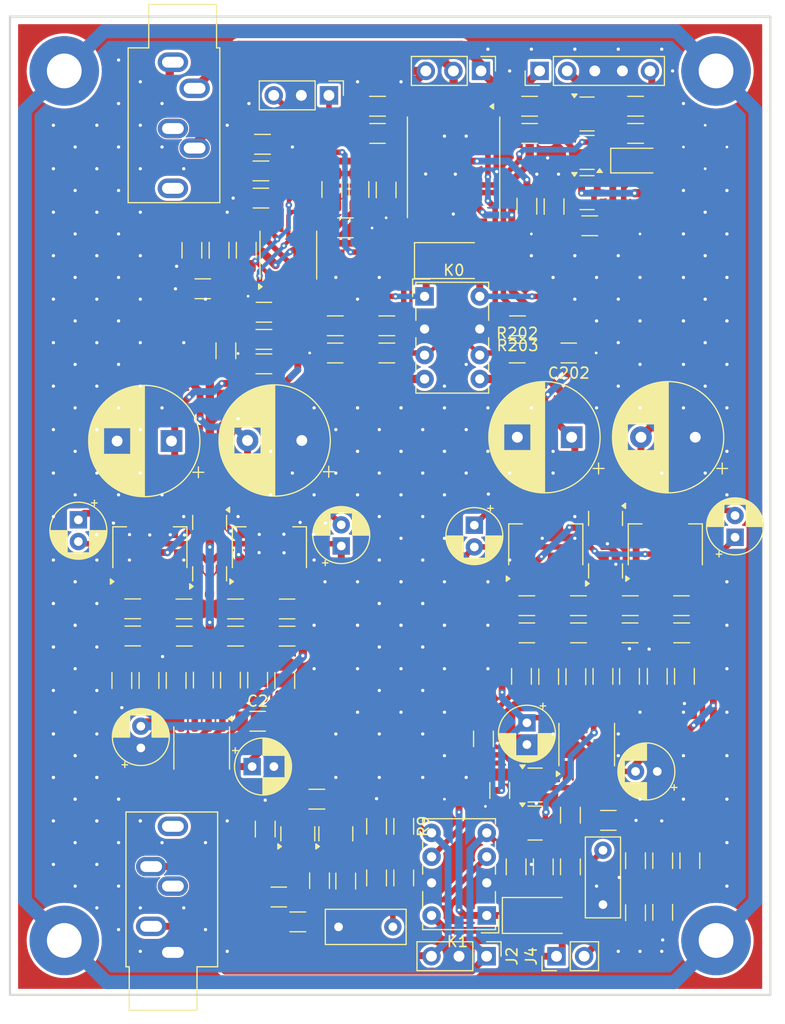
<source format=kicad_pcb>
(kicad_pcb (version 20240108) (generator "pcbnew") (generator_version "8.0")
  (layers (0 "F.Cu" signal) (31 "B.Cu" signal) (34 "B.Paste" user) (35 "F.Paste" user) (36 "B.SilkS" user "B.Silkscreen") (37 "F.SilkS" user "F.Silkscreen") (38 "B.Mask" user) (39 "F.Mask" user) (44 "Edge.Cuts" user))
  (net 0 "")
  (net 1 "/R_IN_MIN")
  (net 2 "R_OUT")
  (net 3 "GND")
  (net 4 "/R_CROSS_R")
  (net 5 "Net-(C2-Pad2)")
  (net 6 "/R_IN_MIN_R")
  (net 7 "Net-(Q0-B)")
  (net 8 "+15V")
  (net 9 "Net-(C4-Pad2)")
  (net 10 "/R_OUT_R")
  (net 11 "/R_INPUT_R")
  (net 12 "Net-(Q1-B)")
  (net 13 "-15V")
  (net 14 "/L_IN_MIN")
  (net 15 "L_OUT")
  (net 16 "/L_CROSS_R")
  (net 17 "/L_IN_MIN_R")
  (net 18 "L_OUTPUT")
  (net 19 "Net-(Q100-B)")
  (net 20 "R_OUTPUT")
  (net 21 "/L_INPUT_R")
  (net 22 "Net-(Q101-B)")
  (net 23 "Net-(C200-Pad2)")
  (net 24 "Net-(C201-Pad2)")
  (net 25 "Net-(C202-Pad2)")
  (net 26 "Net-(C203-Pad1)")
  (net 27 "Net-(Q200-D)")
  (net 28 "Net-(C106-Pad2)")
  (net 29 "Net-(C302-Pad1)")
  (net 30 "Net-(U300B-+)")
  (net 31 "Net-(C304-Pad1)")
  (net 32 "Net-(U300A-+)")
  (net 33 "Net-(D100-A)")
  (net 34 "Net-(D103-A)")
  (net 35 "Net-(D103-K-Pad1)")
  (net 36 "Net-(D5-A)")
  (net 37 "Net-(D200-A)")
  (net 38 "Net-(D200-K)")
  (net 39 "Net-(D201-K)")
  (net 40 "/R_INPUT")
  (net 41 "/L_INPUT")
  (net 42 "Net-(J4-Pin_2)")
  (net 43 "Net-(J200-Pin_3)")
  (net 44 "Net-(J200-Pin_1)")
  (net 45 "Net-(J203-Pin_5)")
  (net 46 "Net-(K0-Pad3)")
  (net 47 "Net-(Q0-E)")
  (net 48 "Net-(Q1-E)")
  (net 49 "Net-(Q100-E)")
  (net 50 "Net-(D104-A)")
  (net 51 "Net-(Q200-G)")
  (net 52 "COMP_OUT")
  (net 53 "Net-(Q202-B)")
  (net 54 "/R_CROSS")
  (net 55 "/L_CROSS")
  (net 56 "/R_IN_POS")
  (net 57 "/R_IN_POS_RES")
  (net 58 "Net-(U300C-+)")
  (net 59 "Net-(U300A--)")
  (net 60 "/L_IN_POS")
  (net 61 "/L_IN_POS_RES")
  (net 62 "GROUND_OUT")
  (net 63 "/R_IN_POS_R")
  (net 64 "Earth")
  (net 65 "/L_IN_POS_R")
  (net 66 "Net-(D106-A)")
  (net 67 "Net-(K0-Pad6)")
  (net 68 "Net-(Q101-E)")
  (net 69 "Net-(C102-Pad1)")
  (net 70 "Net-(C104-Pad2)")
  (net 71 "Net-(D106-K-Pad1)")
  (footprint "Resistor_SMD:R_1206_3216Metric" (layer "F.Cu") (at 145.656 119.588 -90)
    (property "Reference" "R5" (hide yes))
    (property "Value" "1k")
  )
  (footprint "Resistor_SMD:R_1206_3216Metric" (layer "F.Cu") (at 168.751 123.063 -90)
    (property "Reference" "R100" (hide yes))
    (property "Value" "12k")
  )
  (footprint "Resistor_SMD:R_1206_3216Metric" (layer "F.Cu") (at 156.847 75.788 180)
    (property "Reference" "R204" (hide yes))
    (property "Value" "100")
  )
  (footprint "Diode_SMD:D_SMA" (layer "F.Cu") (at 162.906 67.288)
    (property "Reference" "D200" (hide yes))
    (property "Value" "D")
  )
  (footprint "Capacitor_SMD:C_1206_3216Metric" (layer "F.Cu") (at 156.78525 60.788 -90)
    (property "Reference" "C302" (hide yes))
    (property "Value" "1u")
  )
  (footprint "Resistor_SMD:R_1206_3216Metric" (layer "F.Cu") (at 141.406 66.338 90)
    (property "Reference" "R305" (hide yes))
    (property "Value" "51k")
  )
  (footprint "Resistor_SMD:R_1206_3216Metric" (layer "F.Cu") (at 184.24475 105.538 90)
    (property "Reference" "R113" (hide yes))
    (property "Value" "1.3k")
  )
  (footprint "Capacitor_THT:CP_Radial_D10.0mm_P5.00mm" (layer "F.Cu") (at 149.023677 83.838 180)
    (property "Reference" "C26" (hide yes))
    (property "Value" "1000u")
  )
  (footprint "Package_TO_SOT_SMD:SOT-23" (layer "F.Cu") (at 170.501 115.538)
    (property "Reference" "D105" (hide yes))
    (property "Value" "BAV99")
  )
  (footprint "Resistor_SMD:R_1206_3216Metric" (layer "F.Cu") (at 132.456 105.918842 90)
    (property "Reference" "R13" (hide yes))
    (property "Value" "1.3k")
  )
  (footprint "Resistor_SMD:R_1206_3216Metric" (layer "F.Cu") (at 173.751 118.313 90)
    (property "Reference" "R110" (hide yes))
    (property "Value" "4.7k")
  )
  (footprint "Capacitor_SMD:C_1206_3216Metric" (layer "F.Cu") (at 153.03525 64.2725)
    (property "Reference" "C303" (hide yes))
    (property "Value" "1u")
  )
  (footprint "Resistor_SMD:R_1206_3216Metric" (layer "F.Cu") (at 148.656 128.1255 180)
    (property "Reference" "R7" (hide yes))
    (property "Value" "300")
  )
  (footprint "Connector_PinHeader_2.54mm:PinHeader_1x05_P2.54mm_Vertical" (layer "F.Cu") (at 170.91475 49.838 90)
    (property "Reference" "J203" (hide yes))
    (property "Value" "Conn_01x05_Pin")
  )
  (footprint "Package_TO_SOT_SMD:SOT-223-3_TabPin2" (layer "F.Cu") (at 171.483677 93.420499 90)
    (property "Reference" "Q100" (hide yes))
    (property "Value" "NPN")
  )
  (footprint "Resistor_SMD:R_1206_3216Metric" (layer "F.Cu") (at 156.847 73.288)
    (property "Reference" "R205" (hide yes))
    (property "Value" "100")
  )
  (footprint "Capacitor_SMD:C_1206_3216Metric" (layer "F.Cu") (at 155.906 119.338 -90)
    (property "Reference" "C7" (hide yes))
    (property "Value" "680p")
  )
  (footprint "Capacitor_THT:C_Rect_L7.2mm_W3.0mm_P5.00mm_FKS2_FKP2_MKS2_MKP2" (layer "F.Cu") (at 176.74475 121.538 -90)
    (property "Reference" "C101" (hide yes))
    (property "Value" "0.033u")
  )
  (footprint "Capacitor_THT:CP_Radial_D5.0mm_P2.00mm" (layer "F.Cu") (at 152.656 93.543113 90)
    (property "Reference" "C8" (hide yes))
    (property "Value" "47u")
  )
  (footprint "Resistor_SMD:R_1206_3216Metric" (layer "F.Cu") (at 133.460999 99.3255 180)
    (property "Reference" "R4" (hide yes))
    (property "Value" "10k")
  )
  (footprint "Resistor_SMD:R_1206_3216Metric" (layer "F.Cu") (at 151.78525 60.7475 -90)
    (property "Reference" "R302" (hide yes))
    (property "Value" "51k")
  )
  (footprint "Capacitor_SMD:C_1206_3216Metric" (layer "F.Cu") (at 146.906 125.838 180)
    (property "Reference" "C5" (hide yes))
    (property "Value" "1500p")
  )
  (footprint "Connector_PinHeader_2.54mm:PinHeader_1x03_P2.54mm_Vertical" (layer "F.Cu") (at 166.03475 131.288 -90)
    (property "Reference" "J2")
    (property "Value" "Conn_01x03_Pin")
  )
  (footprint "Connector_PinHeader_2.54mm:PinHeader_1x03_P2.54mm_Vertical" (layer "F.Cu") (at 165.51975 49.838 -90)
    (property "Reference" "J202" (hide yes))
    (property "Value" "Conn_01x03_Pin")
  )
  (footprint "Resistor_SMD:R_1206_3216Metric" (layer "F.Cu") (at 147.456 105.918842 90)
    (property "Reference" "R3" (hide yes))
    (property "Value" "470k")
  )
  (footprint "Capacitor_SMD:C_1206_3216Metric" (layer "F.Cu") (at 133.460999 101.8255 180)
    (property "Reference" "C3" (hide yes))
    (property "Value" "15p")
  )
  (footprint "Capacitor_SMD:C_1206_3216Metric" (layer "F.Cu") (at 169.74475 101.538 180)
    (property "Reference" "C103" (hide yes))
    (property "Value" "15p")
  )
  (footprint "Capacitor_THT:CP_Radial_D5.0mm_P2.00mm" (layer "F.Cu") (at 128.456 91.138 -90)
    (property "Reference" "C6" (hide yes))
    (property "Value" "47u")
  )
  (footprint "Resistor_SMD:R_1206_3216Metric" (layer "F.Cu") (at 153.06725 124.3755 90)
    (property "Reference" "R16" (hide yes))
    (property "Value" "2.2k")
  )
  (footprint "Capacitor_SMD:C_1206_3216Metric" (layer "F.Cu") (at 145.26025 61.538)
    (property "Reference" "C301" (hide yes))
    (property "Value" "1u")
  )
  (footprint "Capacitor_THT:CP_Radial_D5.0mm_P2.00mm" (layer "F.Cu") (at 164.906 91.632888 -90)
    (property "Reference" "C106" (hide yes))
    (property "Value" "47u")
  )
  (footprint "Package_TO_SOT_SMD:SOT-23" (layer "F.Cu") (at 140.538677 96.1005 90)
    (property "Reference" "D103" (hide yes))
    (property "Value" "BAV99")
  )
  (footprint "Resistor_SMD:R_1206_3216Metric" (layer "F.Cu") (at 150.406 116.838 180)
    (property "Reference" "R10" (hide yes))
    (property "Value" "4.7k")
  )
  (footprint "Capacitor_SMD:C_1206_3216Metric" (layer "F.Cu") (at 177.24475 118.788 180)
    (property "Reference" "C107" (hide yes))
    (property "Value" "680p")
  )
  (footprint "Relay_THT:Relay_DPDT_Omron_G6K-2P-Y" (layer "F.Cu") (at 166.05005 127.538 180)
    (property "Reference" "K1")
    (property "Value" "G6K-2P-Y")
  )
  (footprint "Capacitor_SMD:C_1206_3216Metric" (layer "F.Cu") (at 139.906 69.8785 180)
    (property "Reference" "C305" (hide yes))
    (property "Value" "1u")
  )
  (footprint "MountingHole:MountingHole_3.2mm_M3_Pad" (layer "F.Cu") (at 127.156 49.838)
    (property "Reference" "MH300" (hide yes))
    (property "Value" "M3")
  )
  (footprint "Resistor_SMD:R_1206_3216Metric" (layer "F.Cu") (at 154.28525 60.7475 90)
    (property "Reference" "R303" (hide yes))
    (property "Value" "51k")
  )
  (footprint "Package_TO_SOT_SMD:SOT-23" (layer "F.Cu") (at 152.156 120.0255 90)
    (property "Reference" "D101" (hide yes))
    (property "Value" "BAV99")
  )
  (footprint "Resistor_SMD:R_1206_3216Metric" (layer "F.Cu") (at 182.24475 127.2505 90)
    (property "Reference" "R107" (hide yes))
    (property "Value" "300")
  )
  (footprint "Resistor_SMD:R_1206_3216Metric" (layer "F.Cu") (at 179.258677 99.038)
    (property "Reference" "R117" (hide yes))
    (property "Value" "100")
  )
  (footprint "Resistor_SMD:R_1206_3216Metric" (layer "F.Cu") (at 179.74475 122.5005 90)
    (property "Reference" "R116" (hide yes))
    (property "Value" "2.2k")
  )
  (footprint "Connector_Audio:Jack_3.5mm_CUI_SJ1-3535NG_Horizontal" (layer "F.Cu") (at 137.156 49.038)
    (property "Reference" "REF**" (hide yes))
    (property "Value" "Jack_3.5mm_CUI_SJ1-3535NG_Horizontal")
  )
  (footprint "Resistor_SMD:R_1206_3216Metric" (layer "F.Cu") (at 169.74475 62.288 -90)
    (property "Reference" "R210" (hide yes))
    (property "Value" "2.2k")
  )
  (footprint "Resistor_SMD:R_1206_3216Metric" (layer "F.Cu") (at 179.74475 53.084936 180)
    (property "Reference" "R207" (hide yes))
    (property "Value" "2.2k")
  )
  (footprint "Diode_SMD:D_SMA" (layer "F.Cu") (at 170.99475 127.538)
    (property "Reference" "D5" (hide yes))
    (property "Value" "D")
  )
  (footprint "Resistor_SMD:R_1206_3216Metric" (layer "F.Cu") (at 155.906 124.088 90)
    (property "Reference" "R1" (hide yes))
    (property "Value" "12k")
  )
  (footprint "Resistor_SMD:R_1206_3216Metric" (layer "F.Cu") (at 181.74475 105.538 -90)
    (property "Reference" "R114" (hide yes))
    (property "Value" "15k")
  )
  (footprint "Resistor_SMD:R_1206_3216Metric" (layer "F.Cu") (at 179.187985 105.538 -90)
    (property "Reference" "R115" (hide yes))
    (property "Value" "24k")
  )
  (footprint "Capacitor_SMD:C_1206_3216Metric" (layer "F.Cu") (at 144.956 105.881342 90)
    (property "Reference" "C0" (hide yes))
    (property "Value" "5.6p")
  )
  (footprint "Relay_THT:Relay_DPDT_Omron_G6K-2P-Y" (layer "F.Cu") (at 160.3245 70.5805)
    (property "Reference" "K0")
    (property "Value" "G6K-2P-Y")
  )
  (footprint "Resistor_SMD:R_1206_3216Metric" (layer "F.Cu") (at 183.99475 101.538 180)
    (property "Reference" "R118" (hide yes))
    (property "Value" "10k")
  )
  (footprint "MountingHole:MountingHole_3.2mm_M3_Pad" (layer "F.Cu") (at 187.156 49.838)
    (property "Reference" "MH301" (hide yes))
    (property "Value" "M3")
  )
  (footprint "Resistor_SMD:R_1206_3216Metric" (layer "F.Cu") (at 138.206 101.838 180)
    (property "Reference" "R8" (hide yes))
    (property "Value" "2.2")
  )
  (footprint "Capacitor_SMD:C_1206_3216Metric" (layer "F.Cu") (at 150.656 124.338 -90)
    (property "Reference" "C4" (hide yes))
    (property "Value" "330p")
  )
  (footprint "Resistor_SMD:R_1206_3216Metric" (layer "F.Cu") (at 147.6685 101.838 180)
    (property "Reference" "R18" (hide yes))
    (property "Value" "10k")
  )
  (footprint "Diode_SMD:D_1206_3216Metric" (layer "F.Cu") (at 179.74475 58.088)
    (property "Reference" "D201" (hide yes))
    (property "Value" "LED")
  )
  (footprint "MountingHole:MountingHole_3.2mm_M3_Pad" (layer "F.Cu") (at 187.156 129.838)
    (property "Reference" "MH303" (hide yes))
    (property "Value" "M3")
  )
  (footprint "Capacitor_THT:CP_Radial_D5.0mm_P2.00mm" (layer "F.Cu") (at 169.74475 109.813 -90)
    (property "Reference" "C306" (hide yes))
    (property "Value" "47u")
  )
  (footprint "Resistor_SMD:R_1206_3216Metric" (layer "F.Cu") (at 145.53525 74.538)
    (property "Reference" "R300" (hide yes))
    (property "Value" "20k")
  )
  (footprint "Resistor_SMD:R_1206_3216Metric" (layer "F.Cu") (at 174.49475 101.538 180)
    (property "Reference" "R108" (hide yes))
    (property "Value" "2.2")
  )
  (footprint "Capacitor_THT:CP_Radial_D5.0mm_P2.00mm" (layer "F.Cu") (at 134.206 112.123955 90)
    (property "Reference" "C308" (hide yes))
    (property "Value" "47u")
  )
  (footprint "Resistor_SMD:R_1206_3216Metric" (layer "F.Cu") (at 169.24475 105.538 90)
    (property "Reference" "R103" (hide yes))
    (property "Value" "470k")
  )
  (footprint "MountingHole:MountingHole_3.2mm_M3_Pad" (layer "F.Cu") (at 127.156 129.838)
    (property "Reference" "MH302" (hide yes))
    (property "Value" "M3")
  )
  (footprint "Capacitor_SMD:C_1206_3216Metric" (layer "F.Cu") (at 182.24475 122.5005 -90)
    (property "Reference" "C104" (hide yes))
    (property "Value" "330p")
  )
  (footprint "Resistor_SMD:R_1206_3216Metric" (layer "F.Cu") (at 145.26025 59.038)
    (property "Reference" "R301" (hide yes))
    (property "Value" "20k")
  )
  (footprint "Resistor_SMD:R_1206_3216Metric" (layer "F.Cu") (at 174.251 105.563 90)
    (property "Reference" "R102" (hide yes))
    (property "Value" "15k")
  )
  (footprint "Resistor_SMD:R_1206_3216Metric" (layer "F.Cu") (at 176.74475 105.538 -90)
    (property "Reference" "R111" (hide yes))
    (property "Value" "4.7k")
  )
  (footprint "Capacitor_THT:CP_Radial_D10.0mm_P5.00mm" (layer "F.Cu") (at 173.862427 83.538 180)
    (property "Reference" "C21" (hide yes))
    (property "Value" "1000u")
  )
  (footprint "Resistor_SMD:R_1206_3216Metric" (layer "F.Cu") (at 138.1685 99.338 180)
    (property "Reference" "R6" (hide yes))
    (property "Value" "100")
  )
  (footprint "Resistor_SMD:R_1206_3216Metric" (layer "F.Cu") (at 158.406 124.088 90)
    (property "Reference" "R0" (hide yes))
    (property "Value" "12k")
  )
  (footprint "Capacitor_SMD:C_1206_3216Metric" (layer "F.Cu") (at 145.53525 72.038 180)
    (property "Reference" "C300" (hide yes))
    (property "Value" "1u")
  )
  (footprint "Resistor_SMD:R_1206_3216Metric" (layer "F.Cu") (at 173.751 123.063 90)
    (property "Reference" "R109" (hide yes))
    (property "Value" "1.3k")
  )
  (footprint "Resistor_SMD:R_1206_3216Metric" (layer "F.Cu") (at 179.74475 127.288 -90)
    (property "Reference" "R39" (hide yes))
    (property "Value" "2.2k")
  )
  (footprint "Package_TO_SOT_SMD:SOT-223-3_TabPin2" (layer "F.Cu") (at 146.038677 93.688 90)
    (property "Reference" "Q1" (hide yes))
    (property "Value" "PNP")
  )
  (footprint "Package_TO_SOT_SMD:SOT-23" (layer "F.Cu") (at 176.983677 91.012999 -90)
    (property "Reference" "D107" (hide yes))
    (property "Value" "BAV99")
  )
  (footprint "Package_TO_SOT_SMD:SOT-23" (layer "F.Cu") (at 175.279064 57.334936 180)
    (property "Reference" "Q201" (hide yes))
    (property "Value" "NMOS")
  )
  (footprint "Resistor_SMD:R_1206_3216Metric" (layer "F.Cu") (at 155.99475 53.088)
    (property "Reference" "R201" (hide yes))
    (property "Value" "100")
  )
  (footprint "Connector_PinHeader_2.54mm:PinHeader_1x03_P2.54mm_Vertical" (layer "F.Cu") (at 151.51975 52.088 -90)
    (property "Reference" "J200" (hide yes))
    (property "Value" "Conn_01x03_Pin")
  )
  (footprint "Package_TO_SOT_SMD:SOT-223-3_TabPin2" (layer "F.Cu") (at 182.483677 93.420499 90)
    (property "Reference" "Q101" (hide yes))
    (property "Value" "PNP")
  )
  (footprint "Package_TO_SOT_SMD:SOT-23" (layer "F.Cu") (at 175.279064 61.034936)
    (property "Reference" "Q202" (hide yes))
    (property "Value" "PNP")
  )
  (footprint "Capacitor_THT:CP_Radial_D5.0mm_P2.00mm" (layer "F.Cu") (at 144.450888 113.838)
    (property "Reference" "C307" (hide yes))
    (property "Value" "47u")
  )
  (footprint "Resistor_SMD:R_1206_3216Metric" (layer "F.Cu") (at 167.24475 116.038 90)
    (property "Reference" "R105" (hide yes))
    (property "Value" "1k")
  )
  (footprint "Resistor_SMD:R_1206_3216Metric" (layer "F.Cu") (at 152.097 73.288)
    (property "Reference" "R206" (hide yes))
    (property "Value" "2.2k")
  )
  (footprint "Capacitor_SMD:C_1206_3216Metric" (layer "F.Cu") (at 171.751 105.563 90)
    (property "Reference" "C10" (hide yes))
    (property "Value" "5.6p")
  )
  (footprint "Connector_PinHeader_2.54mm:PinHeader_1x02_P2.54mm_Vertical" (layer "F.Cu") (at 172.46975 131.288 90)
    (property "Reference" "J4")
    (property "Value" "Conn_01x02_Pin")
  )
  (footprint "Capacitor_SMD:C_1206_3216Metric" (layer "F.Cu") (at 172.24475 62.313 90)
    (property "Reference" "C204" (hide yes))
    (property "Value" "1u")
  )
  (footprint "Package_TO_SOT_SMD:SOT-23" (layer "F.Cu") (at 170.49475 119.038)
    (property "Reference" "D104" (hide yes))
    (property "Value" "BAV99")
  )
  (footprint "Resistor_SMD:R_1206_3216Metric" (layer "F.Cu") (at 143.906 66.338 -90)
    (property "Reference" "R304" (hide yes))
    (property "Value" "51k")
  )
  (footprint "Resistor_SMD:R_1206_3216Metric" (layer "F.Cu") (at 145.53525 76.788)
    (property "Reference" "R308" (hide yes))
    (property "Value" "1M")
  )
  (footprint "Resistor_SMD:R_1206_3216Metric" (layer "F.Cu") (at 142.9185 99.338)
    (property "Reference" "R17" (hide yes))
    (property "Value" "100")
  )
  (footprint "Resistor_SMD:R_1206_3216Metric" (layer "F.Cu") (at 168.8845 73.288 180)
    (property "Reference" "R203")
    (property "Value" "100")
  )
  (footprint "Resistor_SMD:R_1206_3216Metric" (layer "F.Cu") (at 169.99475 53.088)
    (property "Reference" "R200" (hide yes))
    (property "Value" "100")
  )
  (footprint "Package_TO_SOT_SMD:SOT-23" (layer "F.Cu") (at 140.538677 91.3755 -90)
    (property "Reference" "D102" (hide yes))
    (property "Value" "BAV99")
  )
  (footprint "Package_TO_SOT_SMD:SOT-23" (layer "F.Cu") (at 176.983677 95.838 90)
    (property "Reference" "D106" (hide yes))
    (property "Value" "BAV99")
  )
  (footprint "Package_SO:SOIC-8_3.9x4.9mm_P1.27mm" (layer "F.Cu") (at 139.806 112.131342 -90)
    (property "Reference" "U0" (hide yes))
    (property "Value" "TLV9362")
  )
  (footprint "Capacitor_THT:CP_Radial_D5.0mm_P2.00mm" (layer "F.Cu") (at 188.906 92.743113 90)
    (property "Reference" "C108" (hide yes))
    (property "Value" "47u")
  )
  (footprint "Resistor_SMD:R_1206_3216Metric" (layer "F.Cu") (at 139.956 105.881342 -90)
    (property "Reference" "R11" (hide yes))
    (property "Value" "4.7k")
  )
  (footprint "Capacitor_SMD:C_1206_3216Metric" (layer "F.Cu") (at 147.6685 99.338 180)
    (property "Reference" "C9" (hide yes))
    (property "Value" "15p")
  )
  (footprint "Resistor_SMD:R_1206_3216Metric" (layer "F.Cu") (at 171.251 123.063 90)
    (property "Reference" "R101" (hide yes))
    (property "Value" "12k")
  )
  (footprint "Capacitor_THT:CP_Radial_D10.0mm_P5.00mm" (layer "F.Cu") (at 137.023677 83.888 180)
    (property "Reference" "C22" (hide yes))
    (property "Value" "1000u")
  )
  (footprint "Capacitor_SMD:C_1206_3216Metric" (layer "F.Cu") (at 155.99475 55.588 180)
    (property "Reference" "C201" (hide yes))
    (property "Value" "0.1u")
  )
  (footprint "Capacitor_SMD:C_1206_3216Metric" (layer "F.Cu") (at 173.597 75.788 180)
    (property "Reference" "C202")
    (property "Value" "330p")
  )
  (footprint "Capacitor_THT:C_Rect_L7.2mm_W3.0mm_P5.00mm_FKS2_FKP2_MKS2_MKP2" (layer "F.Cu") (at 157.406 128.588 180)
    (property "Reference" "C1" (hide yes))
    (property "Value" "0.033u")
  )
  (footprint "Capacitor_SMD:C_1206_3216Metric" (layer "F.Cu") (at 183.96975 99.038 180)
    (property "Reference" "C109" (hide yes))
    (property "Value" "15p")
  )
  (footprint "Resistor_SMD:R_1206_3216Metric" (layer "F.Cu") (at 174.483677 99.038 180)
    (property "Reference" "R106" (hide yes))
    (property "Value" "100")
  )
  (footprint "Resistor_SMD:R_1206_3216Metric" (layer "F.Cu") (at 142.9185 101.838 180)
    (property "Reference" "R12" (hide yes))
    (property "Value" "2.2")
  )
  (footprint "Resistor_SMD:R_1206_3216Metric" (layer "F.Cu") (at 145.406 56.588 180)
    (property "Reference" "R307" (hide yes))
    (property "Value" "100")
  )
  (footprint "Resistor_SMD:R_1206_3216Metric" (layer "F.Cu") (at 168.847 75.788)
    (property "Reference" "R202")
    (property "Value" "100")
  )
  (footprint "Resistor_SMD:R_1206_3216Metric" (layer "F.Cu") (at 179.741564 55.584936 180)
    (property "Reference" "R208" (hide yes))
    (property "Value" "2.2k")
  )
  (footprint "Resistor_SMD:R_1206_3216Metric" (layer "F.Cu") (at 175.529064 64.084936)
    (property "Reference" "R209" (hide yes))
    (property "Value" "2.2k")
  )
  (footprint "Connector_Audio:Jack_3.5mm_CUI_SJ1-3535NG_Horizontal" (layer "F.Cu") (at 137.156 130.938 180)
    (property "Reference" "REF**" (hide yes))
    (property "Value" "Jack_3.5mm_CUI_SJ1-3535NG_Horizontal")
  )
  (footprint "Capacitor_SMD:C_1206_3216Metric" (layer "F.Cu") (at 152.097 75.788 180)
    (property "Reference" "C203" (hide yes))
    (property "Value" "330p")
  )
  (footprint "Package_TO_SOT_SMD:SOT-23" (layer "F.Cu") (at 148.656 120.0255 90)
    (property "Reference" "D100" (hide yes))
    (property "Value" "BAV99")
  )
  (footprint "Resistor_SMD:R_1206_3216Metric" (layer "F.Cu") (at 137.456 105.918842 -90)
    (property "Reference" "R14" (hide yes))
    (property "Value" "15k")
  )
  (footprint "Capacitor_SMD:C_1206_3216Metric" (layer "F.Cu") (at 184.74475 122.5005 90)
    (property "Reference" "C105" (hide yes))
    (property "Value" "1500p")
  )
  (footprint "Resistor_SMD:R_1206_3216Metric" (layer "F.Cu") (at 179.24475 101.538 180)
    (property "Reference" "R112" (hide yes))
    (property "Value" "2.2")
  )
  (footprint "Capacitor_SMD:C_1206_3216Metric" (layer "F.Cu") (at 169.99475 55.588)
    (property "Reference" "C200" (hide yes))
    (property "Value" "0.1u")
  )
  (footprint "Capacitor_THT:CP_Radial_D10.0mm_P5.00mm" (layer "F.Cu") (at 185.24475 83.538 180)
    (property "Reference" "C25" (hide yes))
    (property "Value" "1000u")
  )
  (footprint "Resistor_SMD:R_1206_3216Metric" (layer "F.Cu") (at 142.456 105.881342 90)
    (property "Reference" "R2" (hide yes))
    (property "Value" "15k")
  )
  (footprint "Package_SO:SOIC-8_3.9x4.9mm_P1.27mm" (layer "F.Cu") (at 175.251 111.813 90)
    (property "Reference" "U100" (hide yes))
    (property "Value" "TLV9362")
  )
  (footprint "Package_TO_SOT_SMD:SOT-23" (layer "F.Cu") (at 175.279064 53.8005)
    (property "Reference" "Q200" (hide yes))
    (property "Value" "NMOS")
  )
  (footprint "Transformer_SMD:Transformer_Wuerth_750315371" (layer "F.Cu") (at 162.99475 58.708 -90)
    (property "Reference" "T200" (hide yes))
    (property "Value" "78602/3MC")
  )
  (footprint "Capacitor_SMD:C_1206_3216Metric" (layer "F.Cu") (at 144.956 109.668842)
    (property "Reference" "C2")
    (property "Value" "0.01u")
  )
  (footprint "Resistor_SMD:R_1206_3216Metric" (layer "F.Cu") (at 142.03525 75.588 90)
    (property "Reference" "R306" (hide yes))
    (property "Value" "100")
  )
  (footprint "Capacitor_SMD:C_1206_3216Metric" (layer "F.Cu") (at 165.74475 111.288 -90)
    (property "Reference" "C102" (hide yes))
    (property "Value" "0.01u")
  )
  (footprint "Package_SO:TSSOP-14_4.4x5mm_P0.65mm" (layer "F.Cu") (at 147.78525 66.788 90)
    (property "Reference" "U300" (hide yes))
    (property "Value" "LM339")
  )
  (footprint "Package_TO_SOT_SMD:SOT-223-3_TabPin2" (layer "F.Cu") (at 135.038677 93.688 90)
    (property "Reference" "Q0" (hide yes))
    (property "Value" "NPN")
  )
  (footprint "Capacitor_THT:CP_Radial_D5.0mm_P2.00mm" (layer "F.Cu") (at 181.74475 114.288 180)
    (property "Reference" "C309" (hide yes))
    (property "Value" "47u")
  )
  (footprint "Resistor_SMD:R_1206_3216Metric" (layer "F.Cu") (at 134.956 105.918842 -90)
    (property "Reference" "R15" (hide yes))
    (property "Value" "24k")
  )
  (footprint "Capacitor_SMD:C_1206_3216Metric" (layer "F.Cu") (at 138.906 66.338 -90)
    (property "Reference" "C304" (hide yes))
    (property "Value" "1u")
  )
  (footprint "Resistor_SMD:R_1206_3216Metric" (layer "F.Cu") (at 158.406 119.338 -90)
    (property "Reference" "R9")
    (property "Value" "1.3k")
  )
  (footprint "Resistor_SMD:R_1206_3216Metric" (layer "F.Cu") (at 169.733677 99.038 180)
    (property "Reference" "R104" (hide yes))
    (property "Value" "10k")
  )
  (gr_rect (start 122.156 44.838) (end 192.156 134.838) (stroke (width 0.2)) (fill none) (layer "Edge.Cuts"))
  (segment (start 148.406 119.338) (end 144.656 119.338) (width 0.508) (layer "F.Cu") (net 1))
  (segment (start 137.922316 116.796) (end 136.956 115.829684) (width 0.508) (layer "F.Cu") (net 1))
  (segment (start 141.896034 107.343842) (end 140.441 108.798876) (width 0.508) (layer "F.Cu") (net 1))
  (segment (start 140.441 108.798876) (end 140.441 109.656342) (width 0.508) (layer "F.Cu") (net 1))
  (segment (start 148.656 119.088) (end 148.9435 118.8005) (width 0.508) (layer "F.Cu") (net 1))
  (segment (start 138.156 111.838) (end 138.906 111.838) (width 0.508) (layer "F.Cu") (net 1))
  (segment (start 140.441 110.303) (end 140.441 109.656342) (width 0.508) (layer "F.Cu") (net 1))
  (segment (start 138.906 111.838) (end 140.441 110.303) (width 0.508) (layer "F.Cu") (net 1))
  (segment (start 148.9435 116.838) (end 148.264593 116.159093) (width 0.508) (layer "F.Cu") (net 1))
  (segment (start 148.656 119.088) (end 148.406 119.338) (width 0.508) (layer "F.Cu") (net 1))
  (segment (start 148.9435 118.8005) (end 148.9435 116.838) (width 0.508) (layer "F.Cu") (net 1))
  (segment (start 136.956 113.038) (end 138.156 111.838) (width 0.508) (layer "F.Cu") (net 1))
  (segment (start 136.956 115.829684) (end 136.956 113.038) (width 0.508) (layer "F.Cu") (net 1))
  (segment (start 144.156 121.838) (end 146.406 124.088) (width 0.508) (layer "F.Cu") (net 1))
  (segment (start 144.198 116.796) (end 137.922316 116.796) (width 0.508) (layer "F.Cu") (net 1))
  (segment (start 156.156 122.838) (end 156.156 122.6255) (width 0.508) (layer "F.Cu") (net 1))
  (segment (start 144.656 119.338) (end 144.156 119.838) (width 0.508) (layer "F.Cu") (net 1))
  (segment (start 154.906 124.088) (end 156.156 122.838) (width 0.508) (layer "F.Cu") (net 1))
  (segment (start 148.264593 116.159093) (end 144.834907 116.159093) (width 0.508) (layer "F.Cu") (net 1))
  (segment (start 142.456 107.343842) (end 144.9435 107.343842) (width 0.508) (layer "F.Cu") (net 1))
  (segment (start 144.156 119.838) (end 144.156 121.838) (width 0.508) (layer "F.Cu") (net 1))
  (segment (start 144.9435 107.343842) (end 144.956 107.356342) (width 0.508) (layer "F.Cu") (net 1))
  (segment (start 142.456 107.343842) (end 141.896034 107.343842) (width 0.508) (layer "F.Cu") (net 1))
  (segment (start 146.406 124.088) (end 154.906 124.088) (width 0.508) (layer "F.Cu") (net 1))
  (segment (start 144.834907 116.159093) (end 144.198 116.796) (width 0.508) (layer "F.Cu") (net 1))
  (segment (start 142.156 80.588) (end 140.556941 82.187059) (width 0.762) (layer "F.Cu") (net 2))
  (segment (start 139.6685 101.838) (end 140.456 101.838) (width 0.635) (layer "F.Cu") (net 2))
  (segment (start 131.355233 106.180842) (end 130.956 106.580075) (width 0.508) (layer "F.Cu") (net 2))
  (segment (start 140.551973 101.742027) (end 140.456 101.838) (width 0.762) (layer "F.Cu") (net 2))
  (segment (start 140.556941 73.187059) (end 140.556941 93.638891) (width 0.762) (layer "F.Cu") (net 2))
  (segment (start 142.406 121.088) (end 142.406 122.813) (width 0.508) (layer "F.Cu") (net 2))
  (segment (start 140.538677 93.620627) (end 140.538677 92.313) (width 0.635) (layer "F.Cu") (net 2))
  (segment (start 150.3135 78.1805) (end 147.906 80.588) (width 0.762) (layer "F.Cu") (net 2))
  (segment (start 140.551973 100.567901) (end 140.551973 101.742027) (width 0.762) (layer "F.Cu") (net 2))
  (segment (start 147.4185 104.418842) (end 147.456 104.456342) (width 0.635) (layer "F.Cu") (net 2))
  (segment (start 138.906 117.588) (end 142.406 121.088) (width 0.508) (layer "F.Cu") (net 2))
  (segment (start 142.406 122.813) (end 145.431 125.838) (width 0.508) (layer "F.Cu") (net 2))
  (segment (start 141.456 103.338) (end 142.456 104.338) (width 0.762) (layer "F.Cu") (net 2))
  (segment (start 140.556941 93.638891) (end 140.538677 93.620627) (width 0.635) (layer "F.Cu") (net 2))
  (segment (start 142.456 104.418842) (end 147.4185 104.418842) (width 0.635) (layer "F.Cu") (net 2))
  (segment (start 142.90425 70.83975) (end 140.556941 73.187059) (width 0.762) (layer "F.Cu") (net 2))
  (segment (start 140.694 106.180842) (end 131.355233 106.180842) (width 0.508) (layer "F.Cu") (net 2))
  (segment (start 140.556941 82.187059) (end 140.556941 83.338) (width 0.762) (layer "F.Cu") (net 2))
  (segment (start 143.906 67.8005) (end 142.90425 68.80225) (width 0.762) (layer "F.Cu") (net 2))
  (segment (start 142.90425 68.80225) (end 142.90425 70.83975) (width 0.762) (layer "F.Cu") (net 2))
  (segment (start 130.956 106.580075) (end 130.956 111.638) (width 0.508) (layer "F.Cu") (net 2))
  (segment (start 147.906 80.588) (end 142.156 80.588) (width 0.762) (layer "F.Cu") (net 2))
  (segment (start 130.956 111.638) (end 136.906 117.588) (width 0.508) (layer "F.Cu") (net 2))
  (segment (start 141.030625 105.844217) (end 142.456 104.418842) (width 0.762) (layer "F.Cu") (net 2))
  (segment (start 160.3245 78.1805) (end 150.3135 78.1805) (width 0.762) (layer "F.Cu") (net 2))
  (segment (start 139.6685 101.838) (end 141.456 101.838) (width 0.762) (layer "F.Cu") (net 2))
  (segment (start 141.030625 105.844217) (end 140.694 106.180842) (width 0.508) (layer "F.Cu") (net 2))
  (segment (start 136.906 117.588) (end 138.906 117.588) (width 0.508) (layer "F.Cu") (net 2))
  (segment (start 141.456 101.838) (end 141.456 103.338) (width 0.762) (layer "F.Cu") (net 2))
  (via (at 140.551973 100.567901) (size 0.7) (drill 0.3) (layers "F.Cu" "B.Cu") (net 2))
  (via (at 140.556941 93.638891) (size 0.7) (drill 0.3) (layers "F.Cu" "B.Cu") (net 2))
  (segment (start 140.548406 93.647426) (end 140.548406 100.564334) (width 0.762) (layer "B.Cu") (net 2))
  (segment (start 140.556941 93.638891) (end 140.548406 93.647426) (width 0.762) (layer "B.Cu") (net 2))
  (segment (start 140.548406 100.564334) (end 140.551973 100.567901) (width 0.762) (layer "B.Cu") (net 2))
  (segment (start 184.24475 107.0005) (end 184.24475 108.038) (width 0.635) (layer "F.Cu") (net 3))
  (segment (start 149.750076 75.788) (end 150.622 75.788) (width 0.635) (layer "F.Cu") (net 3))
  (segment (start 143.156 75.838) (end 142.327507 76.666493) (width 0.508) (layer "F.Cu") (net 3))
  (segment (start 138.424131 69.885369) (end 138.431 69.8785) (width 0.635) (layer "F.Cu") (net 3))
  (segment (start 144.06025 70.585161) (end 144.06025 72.038) (width 0.635) (layer "F.Cu") (net 3))
  (segment (start 137.392848 69.885369) (end 138.424131 69.885369) (width 0.635) (layer "F.Cu") (net 3))
  (segment (start 179.66975 124.038) (end 179.74475 123.963) (width 0.635) (layer "F.Cu") (net 3))
  (segment (start 150.581 128.588) (end 149.906 127.913) (width 0.635) (layer "F.Cu") (net 3))
  (segment (start 135.6935 103.718842) (end 136.206 103.718842) (width 0.635) (layer "F.Cu") (net 3))
  (segment (start 155.47925 64.2725) (end 154.51025 64.2725) (width 0.635) (layer "F.Cu") (net 3))
  (segment (start 152.406 128.588) (end 150.581 128.588) (width 0.635) (layer "F.Cu") (net 3))
  (segment (start 146.8685 56.588) (end 147.906 56.588) (width 0.635) (layer "F.Cu") (net 3))
  (segment (start 162.968662 63.006145) (end 162.968662 64.301912) (width 0.635) (layer "F.Cu") (net 3))
  (segment (start 137.499481 67.813) (end 138.906 67.813) (width 0.762) (layer "F.Cu") (net 3))
  (segment (start 142.327507 76.666493) (end 142.327507 76.758243) (width 0.508) (layer "F.Cu") (net 3))
  (segment (start 177.928864 95.224488) (end 177.928864 94.110864) (width 0.508) (layer "F.Cu") (net 3))
  (segment (start 179.187985 102.997258) (end 179.186828 102.996101) (width 0.635) (layer "F.Cu") (net 3))
  (segment (start 176.12387 75.788) (end 175.072 75.788) (width 0.635) (layer "F.Cu") (net 3))
  (segment (start 143.156 75.838) (end 143.156 75.87125) (width 0.508) (layer "F.Cu") (net 3))
  (segment (start 142.702925 61.538) (end 143.78525 61.538) (width 0.635) (layer "F.Cu") (net 3))
  (segment (start 177.928864 94.110864) (end 177.156 93.338) (width 0.508) (layer "F.Cu") (net 3))
  (segment (start 143.156 75.87125) (end 144.07275 76.788) (width 0.508) (layer "F.Cu") (net 3))
  (segment (start 181.74475 104.0755) (end 181.74475 103.788) (width 0.635) (layer "F.Cu") (net 3))
  (segment (start 147.906 56.588) (end 148.156 56.838) (width 0.635) (layer "F.Cu") (net 3))
  (segment (start 134.956 104.456342) (end 135.6935 103.718842) (width 0.635) (layer "F.Cu") (net 3))
  (segment (start 137.456 104.456342) (end 137.456 104.449799) (width 0.635) (layer "F.Cu") (net 3))
  (segment (start 178.24475 124.038) (end 179.66975 124.038) (width 0.635) (layer "F.Cu") (net 3))
  (segment (start 132.456 107.381342) (end 132.456 108.418842) (width 0.635) (layer "F.Cu") (net 3))
  (segment (start 165.92568 117.5005) (end 167.24475 117.5005) (width 0.635) (layer "F.Cu") (net 3))
  (segment (start 144.078598 70.566813) (end 144.06025 70.585161) (width 0.635) (layer "F.Cu") (net 3))
  (segment (start 145.656 116.930593) (end 145.656 118.245406) (width 0.635) (layer "F.Cu") (net 3))
  (segment (start 156.78525 62.263) (end 156.78525 63.351129) (width 0.635) (layer "F.Cu") (net 3))
  (segment (start 176.12387 75.788) (end 176.129131 75.793261) (width 0.508) (layer "F.Cu") (net 3))
  (segment (start 137.456 104.449799) (end 136.725043 103.718842) (width 0.635) (layer "F.Cu") (net 3))
  (segment (start 179.792206 118.788) (end 178.71975 118.788) (width 0.635) (layer "F.Cu") (net 3))
  (segment (start 155.49475 64.288) (end 155.47925 64.2725) (width 0.635) (layer "F.Cu") (net 3))
  (segment (start 155.905295 117.862295) (end 155.906 117.863) (width 0.635) (layer "F.Cu") (net 3))
  (segment (start 182.24475 128.713) (end 182.24475 129.788) (width 0.635) (layer "F.Cu") (net 3))
  (segment (start 162.968662 64.301912) (end 162.99475 64.328) (width 0.635) (layer "F.Cu") (net 3))
  (segment (start 179.187985 104.0755) (end 179.187985 102.997258) (width 0.635) (layer "F.Cu") (net 3))
  (segment (start 156.78525 63.351129) (end 156.786715 63.352594) (width 0.635) (layer "F.Cu") (net 3))
  (segment (start 181.74475 103.788) (end 180.99475 103.038) (width 0.635) (layer "F.Cu") (net 3))
  (segment (start 155.905295 116.790138) (end 155.905295 117.862295) (width 0.635) (layer "F.Cu") (net 3))
  (segment (start 136.725043 103.718842) (end 136.206 103.718842) (width 0.635) (layer "F.Cu") (net 3))
  (segment (start 174.156 92.838) (end 171.156 92.838) (width 0.508) (layer "F.Cu") (net 3))
  (via (at 144.156 52.838) (size 0.6) (drill 0.3) (layers "F.Cu" "B.Cu") (net 3))
  (via (at 188.156 108.838) (size 0.6) (drill 0.3) (layers "F.Cu" "B.Cu") (net 3))
  (via (at 135.024248 92.525531) (size 0.6) (drill 0.3) (layers "F.Cu" "B.Cu") (net 3))
  (via (at 126.156 102.838) (size 0.6) (drill 0.3) (layers "F.Cu" "B.Cu") (net 3))
  (via (at 172.656 59.338) (size 0.6) (drill 0.3) (layers "F.Cu" "B.Cu") (net 3))
  (via (at 142.156 62.838) (size 0.6) (drill 0.3) (layers "F.Cu" "B.Cu") (net 3))
  (via (at 128.156 100.838) (size 0.6) (drill 0.3) (layers "F.Cu" "B.Cu") (net 3))
  (via (at 166.156 104.838) (size 0.6) (drill 0.3) (layers "F.Cu" "B.Cu") (net 3))
  (via (at 126.156 78.838) (size 0.6) (drill 0.3) (layers "F.Cu" "B.Cu") (net 3))
  (via (at 186.156 54.838) (size 0.6) (drill 0.25) (layers "F.Cu" "B.Cu") (net 3))
  (via (at 174.156 92.838) (size 0.6) (drill 0.3) (layers "F.Cu" "B.Cu") (net 3))
  (via (at 128.156 96.838) (size 0.6) (drill 0.3) (layers "F.Cu" "B.Cu") (net 3))
  (via (at 166.156 80.838) (size 0.6) (drill 0.3) (layers "F.Cu" "B.Cu") (net 3))
  (via (at 128.156 116.838) (size 0.6) (drill 0.3) (layers "F.Cu" "B.Cu") (net 3))
  (via (at 156.156 82.838) (size 0.6) (drill 0.3) (layers "F.Cu" "B.Cu") (net 3))
  (via (at 162.156 88.838) (size 0.6) (drill 0.3) (layers "F.Cu" "B.Cu") (net 3))
  (via (at 130.156 86.838) (size 0.6) (drill 0.3) (layers "F.Cu" "B.Cu") (net 3))
  (via (at 142.702925 61.538) (size 0.6) (drill 0.3) (layers "F.Cu" "B.Cu") (net 3))
  (via (at 126.156 62.838) (size 0.6) (drill 0.3) (layers "F.Cu" "B.Cu") (net 3))
  (via (at 164.156 82.838) (size 0.6) (drill 0.3) (layers "F.Cu" "B.Cu") (net 3))
  (via (at 140.156 128.838) (size 0.6) (drill 0.3) (layers "F.Cu" "B.Cu") (net 3))
  (via (at 138.156 58.838) (size 0.6) (drill 0.3) (layers "F.Cu" "B.Cu") (net 3))
  (via (at 126.156 58.838) (size 0.6) (drill 0.3) (layers "F.Cu" "B.Cu") (net 3))
  (via (at 134.156 74.838) (size 0.6) (drill 0.3) (layers "F.Cu" "B.Cu") (net 3))
  (via (at 145.105401 92.480189) (size 0.6) (drill 0.3) (layers "F.Cu" "B.Cu") (net 3))
  (via (at 180.156 130.838) (size 0.6) (drill 0.3) (layers "F.Cu" "B.Cu") (net 3))
  (via (at 158.156 80.838) (size 0.6) (drill 0.3) (layers "F.Cu" "B.Cu") (net 3))
  (via (at 130.156 62.838) (size 0.6) (drill 0.3) (layers "F.Cu" "B.Cu") (net 3))
  (via (at 184.156 56.838) (size 0.6) (drill 0.25) (layers "F.Cu" "B.Cu") (net 3))
  (via (at 170.656 59.338) (size 0.6) (drill 0.3) (layers "F.Cu" "B.Cu") (net 3))
  (via (at 158.156 100.838) (size 0.6) (drill 0.3) (layers "F.Cu" "B.Cu") (net 3))
  (via (at 140.156 70.838) (size 0.6) (drill 0.3) (layers "F.Cu" "B.Cu") (net 3))
  (via (at 134.156 78.838) (size 0.6) (drill 0.3) (layers "F.Cu" "B.Cu") (net 3))
  (via (at 154.156 96.838) (size 0.6) (drill 0.3) (layers "F.Cu" "B.Cu") (net 3))
  (via (at 180.99475 103.038) (size 0.6) (drill 0.3) (layers "F.Cu" "B.Cu") (net 3))
  (via (at 184.156 60.838) (size 0.6) (drill 0.3) (layers "F.Cu" "B.Cu") (net 3))
  (via (at 134.156 50.838) (size 0.6) (drill 0.3) (layers "F.Cu" "B.Cu") (net 3))
  (via (at 137.499481 67.813) (size 0.6) (drill 0.3) (layers "F.Cu" "B.Cu") (net 3))
  (via (at 132.156 76.838) (size 0.6) (drill 0.3) (layers "F.Cu" "B.Cu") (net 3))
  (via (at 162.156 80.838) (size 0.6) (drill 0.3) (layers "F.Cu" "B.Cu") (net 3))
  (via (at 160.156 90.838) (size 0.6) (drill 0.3) (layers "F.Cu" "B.Cu") (net 3))
  (via (at 158.156 92.838) (size 0.6) (drill 0.3) (layers "F.Cu" "B.Cu") (net 3))
  (via (at 162.156 55.838) (size 0.6) (drill 0.3) (layers "F.Cu" "B.Cu") (net 3))
  (via (at 146.156 88.838) (size 0.6) (drill 0.3) (layers "F.Cu" "B.Cu") (net 3))
  (via (at 171.656 57.842) (size 0.6) (drill 0.3) (layers "F.Cu" "B.Cu") (net 3))
  (via (at 130.156 102.838) (size 0.6) (drill 0.3) (layers "F.Cu" "B.Cu") (net 3))
  (via (at 166.156 84.838) (size 0.6) (drill 0.3) (layers "F.Cu" "B.Cu") (net 3))
  (via (at 134.156 130.838) (size 0.6) (drill 0.3) (layers "F.Cu" "B.Cu") (net 3))
  (via (at 174.156 70.838) (size 0.6) (drill 0.3) (layers "F.Cu" "B.Cu") (net 3))
  (via (at 126.156 110.838) (size 0.6) (drill 0.3) (layers "F.Cu" "B.Cu") (net 3))
  (via (at 162.156 96.838) (size 0.6) (drill 0.3) (layers "F.Cu" "B.Cu") (net 3))
  (via (at 184.156 72.838) (size 0.6) (drill 0.3) (layers "F.Cu" "B.Cu") (net 3))
  (via (at 162.968662 63.006145) (size 0.6) (drill 0.3) (layers "F.Cu" "B.Cu") (net 3))
  (via (at 144.078598 70.566813) (size 0.6) (drill 0.25) (layers "F.Cu" "B.Cu") (net 3))
  (via (at 128.156 80.838) (size 0.6) (drill 0.3) (layers "F.Cu" "B.Cu") (net 3))
  (via (at 130.156 114.838) (size 0.6) (drill 0.3) (layers "F.Cu" "B.Cu") (net 3))
  (via (at 136.156 80.838) (size 0.6) (drill 0.3) (layers "F.Cu" "B.Cu") (net 3))
  (via (at 178.156 112.838) (size 0.6) (drill 0.3) (layers "F.Cu" "B.Cu") (net 3))
  (via (at 184.156 68.838) (size 0.6) (drill 0.3) (layers "F.Cu" "B.Cu") (net 3))
  (via (at 184.156 76.838) (size 0.6) (drill 0.3) (layers "F.Cu" "B.Cu") (net 3))
  (via (at 134.156 58.838) (size 0.6) (drill 0.3) (layers "F.Cu" "B.Cu") (net 3))
  (via (at 162.156 100.838) (size 0.6) (drill 0.3) (layers "F.Cu" "B.Cu") (net 3))
  (via (at 154.156 80.838) (size 0.6) (drill 0.3) (layers "F.Cu" "B.Cu") (net 3))
  (via (at 154.156 104.838) (size 0.6) (drill 0.3) (layers "F.Cu" "B.Cu") (net 3))
  (via (at 140.156 120.838) (size 0.6) (drill 0.3) (layers "F.Cu" "B.Cu") (net 3))
  (via (at 150.093078 92.480189) (size 0.6) (drill 0.3) (layers "F.Cu" "B.Cu") (net 3))
  (via (at 130.156 118.838) (size 0.6) (drill 0.3) (layers "F.Cu" "B.Cu") (net 3))
  (via (at 133.156 94.838) (size 0.6) (drill 0.3) (layers "F.Cu" "B.Cu") (net 3))
  (via (at 128.156 100.838) (size 0.6) (drill 0.3) (layers "F.Cu" "B.Cu") (net 3))
  (via (at 164.156 114.838) (size 0.6) (drill 0.3) (layers "F.Cu" "B.Cu") (net 3))
  (via (at 130.156 110.838) (size 0.6) (drill 0.3) (layers "F.Cu" "B.Cu") (net 3))
  (via (at 160.156 98.838) (size 0.6) (drill 0.3) (layers "F.Cu" "B.Cu") (net 3))
  (via (at 188.156 116.838) (size 0.6) (drill 0.3) (layers "F.Cu" "B.Cu") (net 3))
  (via (at 156.156 68.838) (size 0.6) (drill 0.3) (layers "F.Cu" "B.Cu") (net 3))
  (via (at 184.156 80.838) (size 0.6) (drill 0.3) (layers "F.Cu" "B.Cu") (net 3))
  (via (at 156.156 86.838) (size 0.6) (drill 0.3) (layers "F.Cu" "B.Cu") (net 3))
  (via (at 130.156 58.838) (size 0.6) (drill 0.3) (layers "F.Cu" "B.Cu") (net 3))
  (via (at 132.156 116.838) (size 0.6) (drill 0.3) (layers "F.Cu" "B.Cu") (net 3))
  (via (at 126.156 54.838) (size 0.6) (drill 0.3) (layers "F.Cu" "B.Cu") (net 3))
  (via (at 147.387641 94.172976) (size 0.6) (drill 0.3) (layers "F.Cu" "B.Cu") (net 3))
  (via (at 130.156 54.838) (size 0.6) (drill 0.3) (layers "F.Cu" "B.Cu") (net 3))
  (via (at 170.156 122.838) (size 0.6) (drill 0.3) (layers "F.Cu" "B.Cu") (net 3))
  (via (at 178.156 78.838) (size 0.6) (drill 0.3) (layers "F.Cu" "B.Cu") (net 3))
  (via (at 128.156 116.838) (size 0.6) (drill 0.3) (layers "F.Cu" "B.Cu") (net 3))
  (via (at 150.156 104.838) (size 0.6) (drill 0.3) (layers "F.Cu" "B.Cu") (net 3))
  (via (at 188.156 56.838) (size 0.6) (drill 0.25) (layers "F.Cu" "B.Cu") (net 3))
  (via (at 158.156 84.838) (size 0.6) (drill 0.3) (layers "F.Cu" "B.Cu") (net 3))
  (via (at 128.156 104.838) (size 0.6) (drill 0.3) (layers "F.Cu" "B.Cu") (net 3))
  (via (at 171.156 92.838) (size 0.6) (drill 0.3) (layers "F.Cu" "B.Cu") (net 3))
  (via (at 188.156 72.838) (size 0.6) (drill 0.3) (layers "F.Cu" "B.Cu") (net 3))
  (via (at 142.156 130.838) (size 0.6) (drill 0.3) (layers "F.Cu" "B.Cu") (net 3))
  (via (at 134.156 82.838) (size 0.6) (drill 0.3) (layers "F.Cu" "B.Cu") (net 3))
  (via (at 130.156 70.838) (size 0.6) (drill 0.3) (layers "F.Cu" "B.Cu") (net 3))
  (via (at 165.92568 117.5005) (size 0.6) (drill 0.25) (layers "F.Cu" "B.Cu") (net 3))
  (via (at 170.156 47.838) (size 0.6) (drill 0.3) (layers "F.Cu" "B.Cu") (net 3))
  (via (at 184.156 112.838) (size 0.6) (drill 0.3) (layers "F.Cu" "B.Cu") (net 3))
  (via (at 170.156 66.838) (size 0.6) (drill 0.3) (layers "F.Cu" "B.Cu") (net 3))
  (via (at 128.156 124.838) (size 0.6) (drill 0.3) (layers "F.Cu" "B.Cu") (net 3))
  (via (at 126.156 86.838) (size 0.6) (drill 0.3) (layers "F.Cu" "B.Cu") (net 3))
  (via (at 177.156 93.338) (size 0.6) (drill 0.3) (layers "F.Cu" "B.Cu") (net 3))
  (via (at 168.156 86.838) (size 0.6) (drill 0.3) (layers "F.Cu" "B.Cu") (net 3))
  (via (at 155.49475 64.288) (size 0.6) (drill 0.25) (layers "F.Cu" "B.Cu") (net 3))
  (via (at 158.156 108.838) (size 0.6) (drill 0.3) (layers "F.Cu" "B.Cu") (net 3))
  (via (at 162.156 100.838) (size 0.6) (drill 0.3) (layers "F.Cu" "B.Cu") (net 3))
  (via (at 128.156 56.838) (size 0.6) (drill 0.3) (layers "F.Cu" "B.Cu") (net 3))
  (via (at 142.156 118.838) (size 0.6) (drill 0.3) (layers "F.Cu" "B.Cu") (net 3))
  (via (at 152.156 86.838) (size 0.6) (drill 0.3) (layers "F.Cu" "B.Cu") (net 3))
  (via (at 128.156 64.838) (size 0.6) (drill 0.3) (layers "F.Cu" "B.Cu") (net 3))
  (via (at 158.156 104.838) (size 0.6) (drill 0.3) (layers "F.Cu" "B.Cu") (net 3))
  (via (at 174.156 47.838) (size 0.6) (drill 0.3) (layers "F.Cu" "B.Cu") (net 3))
  (via (at 186.156 62.838) (size 0.6) (drill 0.3) (layers "F.Cu" "B.Cu") (net 3))
  (via (at 156.156 94.838) (size 0.6) (drill 0.3) (layers "F.Cu" "B.Cu") (net 3))
  (via (at 154.156 50.838) (size 0.6) (drill 0.3) (layers "F.Cu" "B.Cu") (net 3))
  (via (at 182.156 47.838) (size 0.6) (drill 0.3) (layers "F.Cu" "B.Cu") (net 3))
  (via (at 130.156 122.838) (size 0.6) (drill 0.3) (layers "F.Cu" "B.Cu") (net 3))
  (via (at 132.156 48.838) (size 0.6) (drill 0.3) (layers "F.Cu" "B.Cu") (net 3))
  (via (at 186.156 78.838) (size 0.6) (drill 0.3) (layers "F.Cu" "B.Cu") (net 3))
  (via (at 138.156 90.838) (size 0.6) (drill 0.3) (layers "F.Cu" "B.Cu") (net 3))
  (via (at 168.156 94.838) (size 0.6) (drill 0.3) (layers "F.Cu" "B.Cu") (net 3))
  (via (at 176.156 124.838) (size 0.6) (drill 0.3) (layers "F.Cu" "B.Cu") (net 3))
  (via (at 162.156 104.838) (size 0.6) (drill 0.3) (layers "F.Cu" "B.Cu") (net 3))
  (via (at 128.156 88.838) (size 0.6) (drill 0.3) (layers "F.Cu" "B.Cu") (net 3))
  (via (at 126.156 114.838) (size 0.6) (drill 0.3) (layers "F.Cu" "B.Cu") (net 3))
  (via (at 186.156 86.838) (size 0.6) (drill 0.3) (layers "F.Cu" "B.Cu") (net 3))
  (via (at 180.156 76.838) (size 0.6) (drill 0.3) (layers "F.Cu" "B.Cu") (net 3))
  (via (at 166.965571 59.098518) (size 0.6) (drill 0.3) (layers "F.Cu" "B.Cu") (net 3))
  (via (at 132.156 60.838) (size 0.6) (drill 0.3) (layers "F.Cu" "B.Cu") (net 3))
  (via (at 136.156 88.838) (size 0.6) (drill 0.3) (layers "F.Cu" "B.Cu") (net 3))
  (via (at 160.156 110.838) (size 0.6) (drill 0.3) (layers "F.Cu" "B.Cu") (net 3))
  (via (at 170.156 64.838) (size 0.6) (drill 0.25) (layers "F.Cu" "B.Cu") (net 3))
  (via (at 136.91352 92.510417) (size 0.6) (drill 0.3) (layers "F.Cu" "B.Cu") (net 3))
  (via (at 188.156 104.838) (size 0.6) (drill 0.3) (layers "F.Cu" "B.Cu") (net 3))
  (via (at 174.156 66.838) (size 0.6) (drill 0.3) (layers "F.Cu" "B.Cu") (net 3))
  (via (at 145.656 116.930593) (size 0.6) (drill 0.3) (layers "F.Cu" "B.Cu") (net 3))
  (via (at 132.156 52.838) (size 0.6) (drill 0.3) (layers "F.Cu" "B.Cu") (net 3))
  (via (at 132.156 72.838) (size 0.6) (drill 0.3) (layers "F.Cu" "B.Cu") (net 3))
  (via (at 128.156 108.838) (size 0.6) (drill 0.3) (layers "F.Cu" "B.Cu") (net 3))
  (via (at 126.156 106.838) (size 0.6) (drill 0.3) (layers "F.Cu" "B.Cu") (net 3))
  (via (at 126.156 122.838) (size 0.6) (drill 0.3) (layers "F.Cu" "B.Cu") (net 3))
  (via (at 162.156 78.838) (size 0.6) (drill 0.3) (layers "F.Cu" "B.Cu") (net 3))
  (via (at 158.156 80.838) (size 0.6) (drill 0.3) (layers "F.Cu" "B.Cu") (net 3))
  (via (at 176.156 80.838) (size 0.6) (drill 0.3) (layers "F.Cu" "B.Cu") (net 3))
  (via (at 188.156 88.838) (size 0.6) (drill 0.3) (layers "F.Cu" "B.Cu") (net 3))
  (via (at 176.156 68.838) (size 0.6) (drill 0.3) (layers "F.Cu" "B.Cu") (net 3))
  (via (at 180.156 80.838) (size 0.6) (drill 0.3) (layers "F.Cu" "B.Cu") (net 3))
  (via (at 126.156 94.838) (size 0.6) (drill 0.3) (layers "F.Cu" "B.Cu") (net 3))
  (via (at 156.156 94.838) (size 0.6) (drill 0.3) (layers "F.Cu" "B.Cu") (net 3))
  (via (at 147.372527 92.465074) (size 0.6) (drill 0.3) (layers "F.Cu" "B.Cu") (net 3))
  (via (at 188.156 120.838) (size 0.6) (drill 0.3) (layers "F.Cu" "B.Cu") (net 3))
  (via (at 152.156 82.838) (size 0.6) (drill 0.3) (layers "F.Cu" "B.Cu") (net 3))
  (via (at 176.12387 75.788) (size 0.6) (drill 0.25) (layers "F.Cu" "B.Cu") (net 3))
  (via (at 176.156 72.838) (size 0.6) (drill 0.3) (layers "F.Cu" "B.Cu") (net 3))
  (via (at 136.156 56.838) (size 0.6) (drill 0.3) (layers "F.Cu" "B.Cu") (net 3))
  (via (at 180.156 64.838) (size 0.6) (drill 0.25) (layers "F.Cu" "B.Cu") (net 3))
  (via (at 126.156 82.838) (size 0.6) (drill 0.3) (layers "F.Cu" "B.Cu") (net 3))
  (via (at 160.156 94.838) (size 0.6) (drill 0.3) (layers "F.Cu" "B.Cu") (net 3))
  (via (at 188.156 96.838) (size 0.6) (drill 0.3) (layers "F.Cu" "B.Cu") (net 3))
  (via (at 182.156 118.838) (size 0.6) (drill 0.3) (layers "F.Cu" "B.Cu") (net 3))
  (via (at 143.156 75.838) (size 0.6) (drill 0.25) (layers "F.Cu" "B.Cu") (net 3))
  (via (at 128.156 76.838) (size 0.6) (drill 0.3) (layers "F.Cu" "B.Cu") (net 3))
  (via (at 158.156 100.838) (size 0.6) (drill 0.3) (layers "F.Cu" "B.Cu") (net 3))
  (via (at 130.156 94.838) (size 0.6) (drill 0.3) (layers "F.Cu" "B.Cu") (net 3))
  (via (at 188.156 64.838) (size 0.6) (drill 0.3) (layers "F.Cu" "B.Cu") (net 3))
  (via (at 178.156 47.838) (size 0.6) (drill 0.3) (layers "F.Cu" "B.Cu") (net 3))
  (via (at 172.156 86.838) (size 0.6) (drill 0.3) (layers "F.Cu" "B.Cu") (net 3))
  (via (at 184.24475 108.038) (size 0.6) (drill 0.3) (layers "F.Cu" "B.Cu") (net 3))
  (via (at 188.156 76.838) (size 0.6) (drill 0.3) (layers "F.Cu" "B.Cu") (net 3))
  (via (at 132.156 80.838) (size 0.6) (drill 0.3) (layers "F.Cu" "B.Cu") (net 3))
  (via (at 143.156 90.838) (size 0.6) (drill 0.3) (layers "F.Cu" "B.Cu") (net 3))
  (via (at 156.786715 63.352594) (size 0.6) (drill 0.25) (layers "F.Cu" "B.Cu") (net 3))
  (via (at 168.156 49.838) (size 0.6) (drill 0.3) (layers "F.Cu" "B.Cu") (net 3))
  (via (at 188.156 68.838) (size 0.6) (drill 0.3) (layers "F.Cu" "B.Cu") (net 3))
  (via (at 186.156 58.838) (size 0.6) (drill 0.25) (layers "F.Cu" "B.Cu") (net 3))
  (via (at 162.156 84.838) (size 0.6) (drill 0.3) (layers "F.Cu" "B.Cu") (net 3))
  (via (at 156.156 110.838) (size 0.6) (drill 0.3) (layers "F.Cu" "B.Cu") (net 3))
  (via (at 126.156 102.838) (size 0.6) (drill 0.3) (layers "F.Cu" "B.Cu") (net 3))
  (via (at 164.156 76.838) (size 0.6) (drill 0.3) (layers "F.Cu" "B.Cu") (net 3))
  (via (at 134.156 62.838) (size 0.6) (drill 0.3) (layers "F.Cu" "B.Cu") (net 3))
  (via (at 154.156 84.838) (size 0.6) (drill 0.3) (layers "F.Cu" "B.Cu") (net 3))
  (via (at 155.905295 116.790138) (size 0.6) (drill 0.3) (layers "F.Cu" "B.Cu") (net 3))
  (via (at 137.392848 69.885369) (size 0.6) (drill 0.3) (layers "F.Cu" "B.Cu") (net 3))
  (via (at 160.156 106.838) (size 0.6) (drill 0.3) (layers "F.Cu" "B.Cu") (net 3))
  (via (at 130.156 98.838) (size 0.6) (drill 0.3) (layers "F.Cu" "B.Cu") (net 3))
  (via (at 184.156 116.838) (size 0.6) (drill 0.3) (layers "F.Cu" "B.Cu") (net 3))
  (via (at 184.156 64.838) (size 0.6) (drill 0.3) (layers "F.Cu" "B.Cu") (net 3))
  (via (at 151.156 96.838) (size 0.6) (drill 0.3) (layers "F.Cu" "B.Cu") (net 3))
  (via (at 128.156 68.838) (size 0.6) (drill 0.3) (layers "F.Cu" "B.Cu") (net 3))
  (via (at 150.156 100.838) (size 0.6) (drill 0.3) (layers "F.Cu" "B.Cu") (net 3))
  (via (at 154.156 100.838) (size 0.6) (drill 0.3) (layers "F.Cu" "B.Cu") (net 3))
  (via (at 182.156 86.838) (size 0.6) (drill 0.3) (layers "F.Cu" "B.Cu") (net 3))
  (via (at 184.156 52.838) (size 0.6) (drill 0.3) (layers "F.Cu" "B.Cu") (net 3))
  (via (at 126.156 70.838) (size 0.6) (drill 0.3) (layers "F.Cu" "B.Cu") (net 3))
  (via (at 172.156 110.838) (size 0.6) (drill 0.3) (layers "F.Cu" "B.Cu") (net 3))
  (via (at 156.156 102.838) (size 0.6) (drill 0.3) (layers "F.Cu" "B.Cu") (net 3))
  (via (at 150.156 94.838) (size 0.6) (drill 0.3) (layers "F.Cu" "B.Cu") (net 3))
  (via (at 126.156 114.838) (size 0.6) (drill 0.3) (layers "F.Cu" "B.Cu") (net 3))
  (via (at 126.156 74.838) (size 0.6) (drill 0.3) (layers "F.Cu" "B.Cu") (net 3))
  (via (at 182.24475 129.788) (size 0.6) (drill 0.3) (layers "F.Cu" "B.Cu") (net 3))
  (via (at 128.156 60.838) (size 0.6) (drill 0.3) (layers "F.Cu" "B.Cu") (net 3))
  (via (at 160.156 102.838) (size 0.6) (drill 0.3) (layers "F.Cu" "B.Cu") (net 3))
  (via (at 156.156 98.838) (size 0.6) (drill 0.3) (layers "F.Cu" "B.Cu") (net 3))
  (via (at 132.156 116.838) (size 0.6) (drill 0.3) (layers "F.Cu" "B.Cu") (net 3))
  (via (at 188.156 72.838) (size 0.6) (drill 0.3) (layers "F.Cu" "B.Cu") (net 3))
  (via (at 160.156 94.838) (size 0.6) (drill 0.3) (layers "F.Cu" "B.Cu") (net 3))
  (via (at 180.156 72.838) (size 0.6) (drill 0.3) (layers "F.Cu" "B.Cu") (net 3))
  (via (at 126.156 118.838) (size 0.6) (drill 0.3) (layers "F.Cu" "B.Cu") (net 3))
  (via (at 132.456 108.418842) (size 0.6) (drill 0.3) (layers "F.Cu" "B.Cu") (net 3))
  (via (at 179.186828 102.996101) (size 0.6) (drill 0.3) (layers "F.Cu" "B.Cu") (net 3))
  (via (at 132.156 68.838) (size 0.6) (drill 0.3) (layers "F.Cu" "B.Cu") (net 3))
  (via (at 164.156 55.838) (size 0.6) (drill 0.3) (layers "F.Cu" "B.Cu") (net 3))
  (via (at 128.156 72.838) (size 0.6) (drill 0.3) (layers "F.Cu" "B.Cu") (net 3))
  (via (at 150.156 80.838) (size 0.6) (drill 0.3) (layers "F.Cu" "B.Cu") (net 3))
  (via (at 166.156 100.838) (size 0.6) (drill 0.3) (layers "F.Cu" "B.Cu") (net 3))
  (via (at 178.156 70.838) (size 0.6) (drill 0.3) (layers "F.Cu" "B.Cu") (net 3))
  (via (at 160.156 114.838) (size 0.6) (drill 0.3) (layers "F.Cu" "B.Cu") (net 3))
  (via (at 186.156 66.838) (size 0.6) (drill 0.3) (layers "F.Cu" "B.Cu") (net 3))
  (via (at 148.86883 91.376854) (size 0.6) (drill 0.3) (layers "F.Cu" "B.Cu") (net 3))
  (via (at 186.156 74.838) (size 0.6) (drill 0.3) (layers "F.Cu" "B.Cu") (net 3))
  (via (at 134.156 118.838) (size 0.6) (drill 0.3) (layers "F.Cu" "B.Cu") (net 3))
  (via (at 162.156 92.838) (size 0.6) (drill 0.3) (layers "F.Cu" "B.Cu") (net 3))
  (via (at 162.156 108.838) (size 0.6) (drill 0.3) (layers "F.Cu" "B.Cu") (net 3))
  (via (at 188.156 100.838) (size 0.6) (drill 0.3) (layers "F.Cu" "B.Cu") (net 3))
  (via (at 156.156 98.838) (size 0.6) (drill 0.3) (layers "F.Cu" "B.Cu") (net 3))
  (via (at 126.156 110.838) (size 0.6) (drill 0.3) (layers "F.Cu" "B.Cu") (net 3))
  (via (at 156.156 102.838) (size 0.6) (drill 0.3) (layers "F.Cu" "B.Cu") (net 3))
  (via (at 132.156 56.838) (size 0.6) (drill 0.3) (layers "F.Cu" "B.Cu") (net 3))
  (via (at 178.156 74.838) (size 0.6) (drill 0.3) (layers "F.Cu" "B.Cu") (net 3))
  (via (at 128.156 84.838) (size 0.6) (drill 0.3) (layers "F.Cu" "B.Cu") (net 3))
  (via (at 149.750076 75.788) (size 0.6) (drill 0.25) (layers "F.Cu" "B.Cu") (net 3))
  (via (at 154.156 80.838) (size 0.6) (drill 0.3) (layers "F.Cu" "B.Cu") (net 3))
  (via (at 182.156 130.838) (size 0.6) (drill 0.3) (layers "F.Cu" "B.Cu") (net 3))
  (via (at 188.156 84.838) (size 0.6) (drill 0.3) (layers "F.Cu" "B.Cu") (net 3))
  (via (at 158.156 84.838) (size 0.6) (drill 0.3) (layers "F.Cu" "B.Cu") (net 3))
  (via (at 162.156 116.838) (size 0.6) (drill 0.25) (layers "F.Cu" "B.Cu") (net 3))
  (via (at 138.156 74.838) (size 0.6) (drill 0.3) (layers "F.Cu" "B.Cu") (net 3))
  (via (at 130.156 126.838) (size 0.6) (drill 0.3) (layers "F.Cu" "B.Cu") (net 3))
  (via (at 130.156 78.838) (size 0.6) (drill 0.3) (layers "F.Cu" "B.Cu") (net 3))
  (via (at 160.424594 59.318957) (size 0.6) (drill 0.3) (layers "F.Cu" "B.Cu") (net 3))
  (via (at 126.156 98.838) (size 0.6) (drill 0.3) (layers "F.Cu" "B.Cu") (net 3))
  (via (at 179.792206 118.788) (size 0.6) (drill 0.3) (layers "F.Cu" "B.Cu") (net 3))
  (via (at 130.156 74.838) (size 0.6) (drill 0.3) (layers "F.Cu" "B.Cu") (net 3))
  (via (at 158.156 96.838) (size 0.6) (drill 0.3) (layers "F.Cu" "B.Cu") (net 3))
  (via (at 151.196413 91.422197) (size 0.6) (drill 0.3) (layers "F.Cu" "B.Cu") (net 3))
  (via (at 136.206 103.718842) (size 0.6) (drill 0.3) (layers "F.Cu" "B.Cu") (net 3))
  (via (at 188.156 124.838) (size 0.6) (drill 0.3) (layers "F.Cu" "B.Cu") (net 3))
  (via (at 145.090287 94.157862) (size 0.6) (drill 0.3) (layers "F.Cu" "B.Cu") (net 3))
  (via (at 126.156 66.838) (size 0.6) (drill 0.3) (layers "F.Cu" "B.Cu") (net 3))
  (via (at 131.684016 91.437311) (size 0.6) (drill 0.3) (layers "F.Cu" "B.Cu") (net 3))
  (via (at 184.156 72.838) (size 0.6) (drill 0.3) (layers "F.Cu" "B.Cu") (net 3))
  (via (at 170.607268 117.22989) (size 0.6) (drill 0.3) (layers "F.Cu" "B.Cu") (net 3))
  (via (at 136.156 120.838) (size 0.6) (drill 0.3) (layers "F.Cu" "B.Cu") (net 3))
  (via (at 148.156 56.838) (size 0.6) (drill 0.3) (layers "F.Cu" "B.Cu") (net 3))
  (via (at 134.156 70.838) (size 0.6) (drill 0.3) (layers "F.Cu" "B.Cu") (net 3))
  (via (at 133.165205 92.495303) (size 0.6) (drill 0.3) (layers "F.Cu" "B.Cu") (net 3))
  (via (at 134.156 66.838) (size 0.6) (drill 0.3) (layers "F.Cu" "B.Cu") (net 3))
  (via (at 128.156 112.838) (size 0.6) (drill 0.3) (layers "F.Cu" "B.Cu") (net 3))
  (via (at 126.156 90.838) (size 0.6) (drill 0.3) (layers "F.Cu" "B.Cu") (net 3))
  (via (at 130.156 106.838) (size 0.6) (drill 0.3) (layers "F.Cu" "B.Cu") (net 3))
  (via (at 162.156 84.838) (size 0.6) (drill 0.3) (layers "F.Cu" "B.Cu") (net 3))
  (via (at 152.156 110.838) (size 0.6) (drill 0.3) (layers "F.Cu" "B.Cu") (net 3))
  (via (at 128.156 96.838) (size 0.6) (drill 0.3) (layers "F.Cu" "B.Cu") (net 3))
  (via (at 174.156 90.838) (size 0.6) (drill 0.3) (layers "F.Cu" "B.Cu") (net 3))
  (via (at 160.156 86.838) (size 0.6) (drill 0.3) (layers "F.Cu" "B.Cu") (net 3))
  (via (at 130.156 82.838) (size 0.6) (drill 0.3) (layers "F.Cu" "B.Cu") (net 3))
  (via (at 132.156 128.838) (size 0.6) (drill 0.3) (layers "F.Cu" "B.Cu") (net 3))
  (via (at 154.156 70.838) (size 0.6) (drill 0.3) (layers "F.Cu" "B.Cu") (net 3))
  (via (at 158.156 88.838) (size 0.6) (drill 0.3) (layers "F.Cu" "B.Cu") (net 3))
  (via (at 188.156 80.838) (size 0.6) (drill 0.3) (layers "F.Cu" "B.Cu") (net 3))
  (via (at 160.156 98.838) (size 0.6) (drill 0.3) (layers "F.Cu" "B.Cu") (net 3))
  (via (at 128.156 112.838) (size 0.6) (drill 0.3) (layers "F.Cu" "B.Cu") (net 3))
  (via (at 126.156 98.838) (size 0.6) (drill 0.3) (layers "F.Cu" "B.Cu") (net 3))
  (via (at 178.156 110.838) (size 0.6) (drill 0.3) (layers "F.Cu" "B.Cu") (net 3))
  (via (at 132.156 124.838) (size 0.6) (drill 0.3) (layers "F.Cu" "B.Cu") (net 3))
  (via (at 177.928864 95.224488) (size 0.6) (drill 0.3) (layers "F.Cu" "B.Cu") (net 3))
  (via (at 130.156 114.838) (size 0.6) (drill 0.3) (layers "F.Cu" "B.Cu") (net 3))
  (via (at 130.142371 92.510417) (size 0.6) (drill 0.3) (layers "F.Cu" "B.Cu") (net 3))
  (via (at 130.156 118.838) (size 0.6) (drill 0.3) (layers "F.Cu" "B.Cu") (net 3))
  (via (at 160.156 102.838) (size 0.6) (drill 0.3) (layers "F.Cu" "B.Cu") (net 3))
  (via (at 166.156 47.838) (size 0.6) (drill 0.3) (layers "F.Cu" "B.Cu") (net 3))
  (via (at 143.156 81.838) (size 0.6) (drill 0.3) (layers "F.Cu" "B.Cu") (net 3))
  (via (at 132.156 88.838) (size 0.6) (drill 0.3) (layers "F.Cu" "B.Cu") (net 3))
  (via (at 134.156 118.838) (size 0.6) (drill 0.3) (layers "F.Cu" "B.Cu") (net 3))
  (via (at 156.156 90.838) (size 0.6) (drill 0.3) (layers "F.Cu" "B.Cu") (net 3))
  (via (at 154.156 84.838) (size 0.6) (drill 0.3) (layers "F.Cu" "B.Cu") (net 3))
  (via (at 134.156 126.838) (size 0.6) (drill 0.3) (layers "F.Cu" "B.Cu") (net 3))
  (via (at 130.156 66.838) (size 0.6) (drill 0.3) (layers "F.Cu" "B.Cu") (net 3))
  (via (at 170.156 80.838) (size 0.6) (drill 0.3) (layers "F.Cu" "B.Cu") (net 3))
  (via (at 136.156 52.838) (size 0.6) (drill 0.3) (layers "F.Cu" "B.Cu") (net 3))
  (via (at 132.156 120.838) (size 0.6) (drill 0.3) (layers "F.Cu" "B.Cu") (net 3))
  (via (at 166.156 96.838) (size 0.6) (drill 0.3) (layers "F.Cu" "B.Cu") (net 3))
  (via (at 166.156 84.838) (size 0.6) (drill 0.3) (layers "F.Cu" "B.Cu") (net 3))
  (via (at 154.156 100.838) (size 0.6) (drill 0.3) (layers "F.Cu" "B.Cu") (net 3))
  (via (at 180.156 116.838) (size 0.6) (drill 0.3) (layers "F.Cu" "B.Cu") (net 3))
  (via (at 163.156 59.338) (size 0.6) (drill 0.3) (layers "F.Cu" "B.Cu") (net 3))
  (via (at 188.156 60.838) (size 0.6) (drill 0.3) (layers "F.Cu" "B.Cu") (net 3))
  (via (at 154.156 88.838) (size 0.6) (drill 0.3) (layers "F.Cu" "B.Cu") (net 3))
  (via (at 148.156 86.838) (size 0.6) (drill 0.3) (layers "F.Cu" "B.Cu") (net 3))
  (via (at 172.156 84.838) (size 0.6) (drill 0.3) (layers "F.Cu" "B.Cu") (net 3))
  (via (at 158.156 50.838) (size 0.6) (drill 0.3) (layers "F.Cu" "B.Cu") (net 3))
  (via (at 138.156 94.838) (size 0.6) (drill 0.3) (layers "F.Cu" "B.Cu") (net 3))
  (via (at 183.156 49.838) (size 0.6) (drill 0.3) (layers "F.Cu" "B.Cu") (net 3))
  (via (at 156.156 106.838) (size 0.6) (drill 0.3) (layers "F.Cu" "B.Cu") (net 3))
  (via (at 138.156 126.838) (size 0.6) (drill 0.3) (layers "F.Cu" "B.Cu") (net 3))
  (via (at 162.156 112.838) (size 0.6) (drill 0.3) (layers "F.Cu" "B.Cu") (net 3))
  (via (at 160.156 82.838) (size 0.6) (drill 0.3) (layers "F.Cu" "B.Cu") (net 3))
  (via (at 152.156 68.838) (size 0.6) (drill 0.3) (layers "F.Cu" "B.Cu") (net 3))
  (via (at 178.24475 124.038) (size 0.6) (drill 0.3) (layers "F.Cu" "B.Cu") (net 3))
  (via (at 166.199967 88.769804) (size 0.6) (drill 0.3) (layers "F.Cu" "B.Cu") (net 3))
  (via (at 178.156 130.838) (size 0.6) (drill 0.3) (layers "F.Cu" "B.Cu") (net 3))
  (via (at 180.156 108.838) (size 0.6) (drill 0.3) (layers "F.Cu" "B.Cu") (net 3))
  (via (at 150.156 88.838) (size 0.6) (drill 0.3) (layers "F.Cu" "B.Cu") (net 3))
  (via (at 158.156 96.838) (size 0.6) (drill 0.3) (layers "F.Cu" "B.Cu") (net 3))
  (via (at 180.156 68.838) (size 0.6) (drill 0.3) (layers "F.Cu" "B.Cu") (net 3))
  (via (at 134.156 54.838) (size 0.6) (drill 0.3) (layers "F.Cu" "B.Cu") (net 3))
  (via (at 188.156 112.838) (size 0.6) (drill 0.3) (layers "F.Cu" "B.Cu") (net 3))
  (via (at 152.156 114.838) (size 0.6) (drill 0.3) (layers "F.Cu" "B.Cu") (net 3))
  (via (at 142.156 54.838) (size 0.6) (drill 0.3) (layers "F.Cu" "B.Cu") (net 3))
  (via (at 132.156 64.838) (size 0.6) (drill 0.3) (layers "F.Cu" "B.Cu") (net 3))
  (via (at 172.156 68.838) (size 0.6) (drill 0.3) (layers "F.Cu" "B.Cu") (net 3))
  (via (at 134.156 86.838) (size 0.6) (drill 0.3) (layers "F.Cu" "B.Cu") (net 3))
  (via (at 184.156 108.838) (size 0.6) (drill 0.3) (layers "F.Cu" "B.Cu") (net 3))
  (via (at 186.156 70.838) (size 0.6) (drill 0.3) (layers "F.Cu" "B.Cu") (net 3))
  (via (at 154.156 108.838) (size 0.6) (drill 0.3) (layers "F.Cu" "B.Cu") (net 3))
  (via (at 178.156 66.838) (size 0.6) (drill 0.3) (layers "F.Cu" "B.Cu") (net 3))
  (via (at 156.156 114.838) (size 0.6) (drill 0.3) (layers "F.Cu" "B.Cu") (net 3))
  (via (at 164.156 86.838) (size 0.6) (drill 0.3) (layers "F.Cu" "B.Cu") (net 3))
  (via (at 128.156 120.838) (size 0.6) (drill 0.3) (layers "F.Cu" "B.Cu") (net 3))
  (via (at 146.156 84.838) (size 0.6) (drill 0.3) (layers "F.Cu" "B.Cu") (net 3))
  (via (at 158.156 84.838) (size 0.6) (drill 0.3) (layers "F.Cu" "B.Cu") (net 3))
  (segment (start 157.406 127.0505) (end 155.906 125.5505) (width 0.508) (layer "F.Cu") (net 4))
  (segment (start 157.406 128.588) (end 157.406 127.0505) (width 0.508) (layer "F.Cu") (net 4))
  (segment (start 158.406 123.0505) (end 155.906 125.5505) (width 0.508) (layer "F.Cu") (net 4))
  (segment (start 158.406 122.6255) (end 158.406 123.0505) (width 0.508) (layer "F.Cu") (net 4))
  (segment (start 147.456 107.381342) (end 147.456 108.643842) (width 0.635) (layer "F.Cu") (net 5))
  (segment (start 147.456 108.643842) (end 146.431 109.668842) (width 0.635) (layer "F.Cu") (net 5))
  (segment (start 153.86 120.121158) (end 153.86 122.12025) (width 0.508) (layer "F.Cu") (net 6))
  (segment (start 139.171 114.606342) (end 139.171 114.029684) (width 0.508) (layer "F.Cu") (net 6))
  (segment (start 143.656 115.338) (end 142.906 116.088) (width 0.508) (layer "F.Cu") (net 6))
  (segment (start 139.906 116.088) (end 139.171 115.353) (width 0.508) (layer "F.Cu") (net 6))
  (segment (start 142.906 116.088) (end 139.906 116.088) (width 0.508) (layer "F.Cu") (net 6))
  (segment (start 150.852 117.784) (end 150.852 116.034) (width 0.508) (layer "F.Cu") (net 6))
  (segment (start 139.171 114.029684) (end 143.481 109.719684) (width 0.508) (layer "F.Cu") (net 6))
  (segment (start 139.171 115.353) (end 139.171 114.317184) (width 0.508) (layer "F.Cu") (net 6))
  (segment (start 150.156 115.338) (end 143.656 115.338) (width 0.508) (layer "F.Cu") (net 6))
  (segment (start 153.86 122.12025) (end 153.12286 122.85739) (width 0.508) (layer "F.Cu") (net 6))
  (segment (start 152.156 119.088) (end 152.826842 119.088) (width 0.508) (layer "F.Cu") (net 6))
  (segment (start 152.826842 119.088) (end 153.86 120.121158) (width 0.508) (layer "F.Cu") (net 6))
  (segment (start 150.852 116.034) (end 150.156 115.338) (width 0.508) (layer "F.Cu") (net 6))
  (segment (start 143.481 109.719684) (end 143.481 109.381342) (width 0.508) (layer "F.Cu") (net 6))
  (segment (start 153.12286 122.85739) (end 150.66161 122.85739) (width 0.508) (layer "F.Cu") (net 6))
  (segment (start 152.156 119.088) (end 150.852 117.784) (width 0.508) (layer "F.Cu") (net 6))
  (segment (start 150.66161 122.85739) (end 150.656 122.863) (width 0.508) (layer "F.Cu") (net 6))
  (segment (start 135.038677 96.838) (end 135.038677 101.722822) (width 0.508) (layer "F.Cu") (net 7))
  (segment (start 135.038677 101.722822) (end 134.935999 101.8255) (width 0.508) (layer "F.Cu") (net 7))
  (segment (start 136.706 99.338) (end 134.935999 99.338) (width 0.508) (layer "F.Cu") (net 7))
  (segment (start 135.038677 90.538) (end 129.006 90.538) (width 0.635) (layer "F.Cu") (net 7))
  (segment (start 134.935999 99.338) (end 134.923499 99.3255) (width 0.508) (layer "F.Cu") (net 7))
  (segment (start 129.006 90.538) (end 128.456 91.088) (width 0.635) (layer "F.Cu") (net 7))
  (segment (start 168.35225 70.03425) (end 169.906 71.588) (width 0.635) (layer "F.Cu") (net 8))
  (segment (start 136.656 94.142) (end 135.352 94.142) (width 0.635) (layer "F.Cu") (net 8))
  (segment (start 139.588677 89.520677) (end 139.588677 90.438) (width 0.635) (layer "F.Cu") (net 8))
  (segment (start 142.479342 113.838) (end 141.711 114.606342) (width 0.635) (layer "F.Cu") (net 8))
  (segment (start 148.037 77.957) (end 148.656 77.338) (width 0.635) (layer "F.Cu") (net 8))
  (segment (start 147.13525 69.6505) (end 147.13525 70.614048) (width 0.381) (layer "F.Cu") (net 8))
  (segment (start 168.271177 97.340613) (end 168.271177 99.038) (width 0.635) (layer "F.Cu") (net 8))
  (segment (start 168.26975 101.538) (end 167.461717 102.346033) (width 0.635) (layer "F.Cu") (net 8))
  (segment (start 144.450888 113.838) (end 144.450888 113.190556) (width 0.635) (layer "F.Cu") (net 8))
  (segment (start 152.304 65.69) (end 150.6345 67.3595) (width 0.635) (layer "F.Cu") (net 8))
  (segment (start 173.656 91.838) (end 175.156 91.838) (width 0.635) (layer "F.Cu") (net 8))
  (segment (start 172.11975 81.795323) (end 173.862427 83.538) (width 0.635) (layer "F.Cu") (net 8))
  (segment (start 167.41755 116.038) (end 163.49475 116.038) (width 0.635) (layer "F.Cu") (net 8))
  (segment (start 163.99475 127.538) (end 166.05005 127.538) (width 0.635) (layer "F.Cu") (net 8))
  (segment (start 132.738677 96.755323) (end 132.738677 96.838) (width 0.635) (layer "F.Cu") (net 8))
  (segment (start 165.656 62.838) (end 164.881 62.063) (width 0.635) (layer "F.Cu") (net 8))
  (segment (start 168.99475 127.538) (end 166.05005 127.538) (width 0.635) (layer "F.Cu") (net 8))
  (segment (start 169.999519 57.838) (end 169.999519 58.31256) (width 0.762) (layer "F.Cu") (net 8))
  (segment (start 168.35225 63.088) (end 168.35225 59.959829) (width 0.635) (layer "F.Cu") (net 8))
  (segment (start 171.362427 81.038) (end 171.362427 80.088) (width 0.635) (layer "F.Cu") (net 8))
  (segment (start 147.74775 75.288) (end 146.99775 74.538) (width 0.635) (layer "F.Cu") (net 8))
  (segment (start 144.450888 113.190556) (end 145.303444 112.338) (width 0.635) (layer "F.Cu") (net 8))
  (segment (start 138.226339 92.534) (end 139.588677 91.171662) (width 0.635) (layer "F.Cu") (net 8))
  (segment (start 168.271177 101.536573) (end 168.26975 101.538) (width 0.635) (layer "F.Cu") (net 8))
  (segment (start 169.999519 58.31256) (end 169.999519 50.753231) (width 0.635) (layer "F.Cu") (net 8))
  (segment (start 169.999519 50.753231) (end 169.999519 58.312561) (width 0.762) (layer "F.Cu") (net 8))
  (segment (start 131.985999 97.590678) (end 132.738677 96.838) (width 0.635) (layer "F.Cu") (net 8))
  (segment (start 171.362427 79.918823) (end 171.362427 81.038) (width 0.635) (layer "F.Cu") (net 8))
  (segment (start 176.033677 90.960323) (end 176.033677 90.075499) (width 0.635) (layer "F.Cu") (net 8))
  (segment (start 148.78225 75.288) (end 150.78225 73.288) (width 0.635) (layer "F.Cu") (net 8))
  (segment (start 168.26975 101.788) (end 168.26975 99.039427) (width 0.508) (layer "F.Cu") (net 8))
  (segment (start 168.271177 99.038) (end 168.271177 101.536573) (width 0.635) (layer "F.Cu") (net 8))
  (segment (start 174.156 87.338) (end 174.156 83.831573) (width 0.635) (layer "F.Cu") (net 8))
  (segment (start 169.976 109.338) (end 169.501 109.813) (width 0.508) (layer "F.Cu") (net 8))
  (segment (start 167.461717 102.346033) (end 167.461717 107.004967) (width 0.635) (layer "F.Cu") (net 8))
  (segment (start 170.91475 49.838) (end 169.999519 50.753231) (width 0.762) (layer "F.Cu") (net 8))
  (segment (start 173.4045 77.87675) (end 173.174625 78.106625) (width 0.635) (layer "F.Cu") (net 8))
  (segment (start 148.037 77.957) (end 147.406 78.588) (width 0.635) (layer "F.Cu") (net 8))
  (segment (start 144.500888 113.838) (end 143.156 113.838) (width 0.635) (layer "F.Cu") (net 8))
  (segment (start 171.674625 79.606625) (end 171.362427 79.918823) (width 0.635) (layer "F.Cu") (net 8))
  (segment (start 139.588677 91.171662) (end 139.588677 90.438) (width 0.635) (layer "F.Cu") (net 8))
  (segment (start 171.089895 94.521895) (end 168.271177 97.340613) (width 0.635) (layer "F.Cu") (net 8))
  (segment (start 176.033677 89.215677) (end 174.156 87.338) (width 0.635) (layer "F.Cu") (net 8))
  (segment (start 135.352 94.142) (end 132.738677 96.755323) (width 0.635) (layer "F.Cu") (net 8))
  (segment (start 168.35225 59.959829) (end 169.999519 58.31256) (width 0.635) (layer "F.Cu") (net 8))
  (segment (start 148.49475 75.288) (end 148.78225 75.288) (width 0.635) (layer "F.Cu") (net 8))
  (segment (start 168.35225 63.088) (end 168.35225 70.03425) (width 0.635) (layer "F.Cu") (net 8))
  (segment (start 174.156 83.831573) (end 173.862427 83.538) (width 0.635) (layer "F.Cu") (net 8))
  (segment (start 148.656 75.41425) (end 148.78225 75.288) (width 0.635) (layer "F.Cu") (net 8))
  (segment (start 163.49475 116.038) (end 163.49475 118.038) (width 0.635) (layer "F.Cu") (net 8))
  (segment (start 168.26975 99.039427) (end 168.271177 99.038) (width 0.635) (layer "F.Cu") (net 8))
  (segment (start 147.406 78.588) (end 141.656 78.588) (width 0.635) (layer "F.Cu") (net 8))
  (segment (start 138.656 79.838) (end 137.323677 81.170323) (width 0.635) (layer "F.Cu") (net 8))
  (segment (start 173.4045 73.8365) (end 173.4045 77.87675) (width 0.635) (layer "F.Cu") (net 8))
  (segment (start 164.881 62.063) (end 160.558308 62.063) (width 0.635) (layer "F.Cu") (net 8))
  (segment (start 175.156 91.838) (end 176.033677 90.960323) (width 0.635) (layer "F.Cu") (net 8))
  (segment (start 137.323677 81.170323) (end 137.323677 87.255677) (width 0.635) (layer "F.Cu") (net 8))
  (segment (start 148.656 77.338) (end 148.656 75.41425) (width 0.635) (layer "F.Cu") (net 8))
  (segment (start 168.26975 101.538) (end 168.26975 99.039427) (width 0.635) (layer "F.Cu") (net 8))
  (segment (start 160.558308 62.063) (end 156.931308 65.69) (width 0.635) (layer "F.Cu") (net 8))
  (segment (start 176.033677 90.075499) (end 176.033677 89.215677) (width 0.635) (layer "F.Cu") (net 8))
  (segment (start 156.931308 65.69) (end 152.304 65.69) (width 0.635) (layer "F.Cu") (net 8))
  (segment (start 145.303444 112.338) (end 159.79475 112.338) (width 0.635) (layer "F.Cu") (net 8))
  (segment (start 147.13525 70.614048) (end 146.99775 70.751548) (width 0.381) (layer "F.Cu") (net 8))
  (segment (start 137.323677 87.255677) (end 139.588677 89.520677) (width 0.635) (layer "F.Cu") (net 8))
  (segment (start 163.49475 127.038) (end 163.99475 127.538) (width 0.635) (layer "F.Cu") (net 8))
  (segment (start 143.156 113.838) (end 144.450888 113.838) (width 0.635) (layer "F.Cu") (net 8))
  (segment (start 146.99775 74.538) (end 146.99775 70.751548) (width 0.635) (layer "F.Cu") (net 8))
  (segment (start 143.156 113.838) (end 142.479342 113.838) (width 0.635) (layer "F.Cu") (net 8))
  (segment (start 169.906 71.588) (end 171.156 71.588) (width 0.635) (layer "F.Cu") (net 8))
  (segment (start 159.79475 112.338) (end 163.49475 116.038) (width 0.635) (layer "F.Cu") (net 8))
  (segment (start 171.156 71.588) (end 173.4045 73.8365) (width 0.635) (layer "F.Cu") (net 8))
  (segment (start 131.985999 101.8255) (end 131.985999 97.590678) (width 0.635) (layer "F.Cu") (net 8))
  (segment (start 150.6345 67.3595) (end 150.6345 73.288) (width 0.635) (layer "F.Cu") (net 8))
  (segment (start 148.49475 75.288) (end 147.74775 75.288) (width 0.635) (layer "F.Cu") (net 8))
  (segment (start 172.11975 81.795323) (end 171.362427 81.038) (width 0.635) (layer "F.Cu") (net 8))
  (segment (start 173.346 109.338) (end 169.976 109.338) (width 0.508) (layer "F.Cu") (net 8))
  (via (at 163.49475 127.038) (size 0.6) (drill 0.25) (layers "F.Cu" "B.Cu") (net 8))
  (via (at 141.656 78.588) (size 0.6) (drill 0.3) (layers "F.Cu" "B.Cu") (net 8))
  (via (at 173.656 91.838) (size 0.6) (drill 0.25) (layers "F.Cu" "B.Cu") (net 8))
  (via (at 168.35225 63.088) (size 0.6) (drill 0.3) (layers "F.Cu" "B.Cu") (net 8))
  (via (at 163.49475 118.038) (size 0.6) (drill 0.25) (layers "F.Cu" "B.Cu") (net 8))
  (via (at 173.174625 78.106625) (size 0.6) (drill 0.3) (layers "F.Cu" "B.Cu") (net 8))
  (via (at 138.226339 92.534) (size 0.7) (drill 0.3) (layers "F.Cu" "B.Cu") (net 8))
  (via (at 165.656 62.838) (size 0.6) (drill 0.3) (layers "F.Cu" "B.Cu") (net 8))
  (via (at 138.656 79.838) (size 0.6) (drill 0.3) (layers "F.Cu" "B.Cu") (net 8))
  (via (at 171.089895 94.521895) (size 0.6) (drill 0.25) (layers "F.Cu" "B.Cu") (net 8))
  (via (at 167.41755 116.038) (size 0.6) (drill 0.25) (layers "F.Cu" "B.Cu") (net 8))
  (via (at 171.674625 79.606625) (size 0.6) (drill 0.3) (layers "F.Cu" "B.Cu") (net 8))
  (via (at 167.461717 107.004967) (size 0.6) (drill 0.25) (layers "F.Cu" "B.Cu") (net 8))
  (via (at 136.656 94.142) (size 0.7) (drill 0.3) (layers "F.Cu" "B.Cu") (net 8))
  (segment (start 169.501 109.813) (end 167.41755 111.89645) (width 0.635) (layer "B.Cu") (net 8))
  (segment (start 173.656 91.955791) (end 171.089896 94.521895) (width 0.635) (layer "B.Cu") (net 8))
  (segment (start 167.41755 111.89645) (end 167.41755 116.038) (width 0.635) (layer "B.Cu") (net 8))
  (segment (start 167.461717 107.004967) (end 167.461717 107.529967) (width 0.635) (layer "B.Cu") (net 8))
  (segment (start 136.921016 93.839323) (end 138.226339 92.534) (width 0.635) (layer "B.Cu") (net 8))
  (segment (start 140.906 79.338) (end 141.656 78.588) (width 0.635) (layer "B.Cu") (net 8))
  (segment (start 171.089896 94.521895) (end 171.089895 94.521895) (width 0.635) (layer "B.Cu") (net 8))
  (segment (start 139.156 79.338) (end 140.906 79.338) (width 0.635) (layer "B.Cu") (net 8))
  (segment (start 173.174625 78.106625) (end 171.674625 79.606625) (width 0.635) (layer "B.Cu") (net 8))
  (segment (start 167.461717 107.529967) (end 169.74475 109.813) (width 0.635) (layer "B.Cu") (net 8))
  (segment (start 165.656 62.838) (end 165.906 63.088) (width 0.635) (layer "B.Cu") (net 8))
  (segment (start 136.656 94.142) (end 136.921016 93.876984) (width 0.635) (layer "B.Cu") (net 8))
  (segment (start 136.921016 93.876984) (end 136.921016 93.839323) (width 0.635) (layer "B.Cu") (net 8))
  (segment (start 163.49475 118.038) (end 163.49475 127.038) (width 0.635) (layer "B.Cu") (net 8))
  (segment (start 173.656 91.838) (end 173.656 91.955791) (width 0.635) (layer "B.Cu") (net 8))
  (segment (start 165.906 63.088) (end 168.35225 63.088) (width 0.635) (layer "B.Cu") (net 8))
  (segment (start 138.656 79.838) (end 139.156 79.338) (width 0.635) (layer "B.Cu") (net 8))
  (segment (start 148.656 77.338) (end 148.037 77.957) (width 0.635) (layer "B.Cu") (net 8))
  (segment (start 169.36975 109.813) (end 169.501 109.813) (width 0.635) (layer "B.Cu") (net 8))
  (segment (start 147.1935 128.1255) (end 147.1935 127.0255) (width 0.508) (layer "F.Cu") (net 9))
  (segment (start 148.631 125.588) (end 150.431 125.588) (width 0.508) (layer "F.Cu") (net 9))
  (segment (start 147.1935 127.0255) (end 148.631 125.588) (width 0.508) (layer "F.Cu") (net 9))
  (segment (start 150.431 125.588) (end 150.656 125.813) (width 0.508) (layer "F.Cu") (net 9))
  (segment (start 152.656 105.733757) (end 152.656 106.338) (width 0.635) (layer "F.Cu") (net 10))
  (segment (start 128.456 93.088) (end 128.706 93.338) (width 0.508) (layer "F.Cu") (net 10))
  (segment (start 140.441 114.221342) (end 140.441 114.893842) (width 0.635) (layer "F.Cu") (net 10))
  (segment (start 142.956 111.418842) (end 140.441 113.933842) (width 0.635) (layer "F.Cu") (net 10))
  (segment (start 128.706 93.338) (end 138.713677 93.338) (width 0.508) (layer "F.Cu") (net 10))
  (segment (start 142.363677 93.338) (end 140.538677 95.163) (width 0.508) (layer "F.Cu") (net 10))
  (segment (start 147.575158 111.418842) (end 142.956 111.418842) (width 0.635) (layer "F.Cu") (net 10))
  (segment (start 138.713677 93.338) (end 140.538677 95.163) (width 0.508) (layer "F.Cu") (net 10))
  (segment (start 152.656 106.338) (end 147.575158 111.418842) (width 0.635) (layer "F.Cu") (net 10))
  (segment (start 152.656 105.733757) (end 152.656 93.543113) (width 0.635) (layer "F.Cu") (net 10))
  (segment (start 152.450887 93.338) (end 142.363677 93.338) (width 0.508) (layer "F.Cu") (net 10))
  (segment (start 151.8685 116.838) (end 152.156 116.838) (width 0.508) (layer "F.Cu") (net 11))
  (segment (start 158.6435 120.813) (end 158.656 120.8005) (width 0.508) (layer "F.Cu") (net 11))
  (segment (start 152.156 116.838) (end 156.131 120.813) (width 0.508) (layer "F.Cu") (net 11))
  (segment (start 156.131 120.813) (end 158.6435 120.813) (width 0.508) (layer "F.Cu") (net 11))
  (segment (start 146.1935 99.338) (end 146.1935 96.992823) (width 0.508) (layer "F.Cu") (net 12))
  (segment (start 151.595887 90.538) (end 152.656 91.598113) (width 0.508) (layer "F.Cu") (net 12))
  (segment (start 146.1935 96.992823) (end 146.038677 96.838) (width 0.508) (layer "F.Cu") (net 12))
  (segment (start 146.1935 101.8255) (end 146.206 101.838) (width 0.508) (layer "F.Cu") (net 12))
  (segment (start 146.038677 90.538) (end 151.595887 90.538) (width 0.508) (layer "F.Cu") (net 12))
  (segment (start 146.1935 99.338) (end 146.1935 101.8255) (width 0.508) (layer "F.Cu") (net 12))
  (segment (start 144.381 99.338) (end 146.1935 99.338) (width 0.508) (layer "F.Cu") (net 12))
  (segment (start 149.11725 101.85175) (end 149.131 101.838) (width 0.762) (layer "F.Cu") (net 13))
  (segment (start 179.779064 54.159936) (end 179.779064 51.90675) (width 0.762) (layer "F.Cu") (net 13))
  (segment (start 180.24475 86.99925) (end 177.933677 89.310323) (width 0.635) (layer "F.Cu") (net 13))
  (segment (start 181.691896 94.996) (end 185.381562 94.996) (width 0.508) (layer "F.Cu") (net 13))
  (segment (start 174.739232 60.084476) (end 174.342024 60.084476) (width 0.635) (layer "F.Cu") (net 13))
  (segment (start 149.656 58.138) (end 149.656 57.157132) (width 0.635) (layer "F.Cu") (net 13))
  (segment (start 149.1435 101.8255) (end 149.131 101.838) (width 0.635) (layer "F.Cu") (net 13))
  (segment (start 180.183677 96.504219) (end 181.691896 94.996) (width 0.508) (layer "F.Cu") (net 13))
  (segment (start 179.779064 51.90675) (end 179.50125 51.628936) (width 0.762) (layer "F.Cu") (net 13))
  (segment (start 183.499586 127.288) (end 181.20725 127.288) (width 0.635) (layer "F.Cu") (net 13))
  (segment (start 142.156 58.838) (end 136.406 64.588) (width 0.635) (layer "F.Cu") (net 13))
  (segment (start 149.906 58.138) (end 147.62275 58.138) (width 0.635) (layer "F.Cu") (net 13))
  (segment (start 181.20725 127.288) (end 179.74475 128.7505) (width 0.635) (layer "F.Cu") (net 13))
  (segment (start 177.933677 90.075499) (end 177.933677 91.171302) (width 0.635) (layer "F.Cu") (net 13))
  (segment (start 181.656 82.12675) (end 180.24475 83.538) (width 0.762) (layer "F.Cu") (net 13))
  (segment (start 141.483371 91.165371) (end 141.483371 90.447474) (width 0.635) (layer "F.Cu") (net 13))
  (segment (start 169.74475 59.838) (end 169.74475 60.8255) (width 0.635) (layer "F.Cu") (net 13))
  (segment (start 172.997814 60.084936) (end 174.341564 60.084936) (width 0.635) (layer "F.Cu") (net 13))
  (segment (start 179.74475 113.653) (end 179.74475 114.288) (width 0.635) (layer "F.Cu") (net 13))
  (segment (start 179.656 61.084936) (end 181.329064 61.084936) (width 0.762) (layer "F.Cu") (net 13))
  (segment (start 181.204064 55.584936) (end 179.779064 54.159936) (width 0.762) (layer "F.Cu") (net 13))
  (segment (start 186.906 108.22725) (end 186.906 102.98675) (width 0.635) (layer "F.Cu") (net 13))
  (segment (start 179.797749 96.184571) (end 180.183677 96.570499) (width 0.635) (layer "F.Cu") (net 13))
  (segment (start 146.72275 61.5255) (end 146.73525 61.538) (width 0.635) (layer "F.Cu") (net 13))
  (segment (start 134.673613 109.656342) (end 134.206 110.123955) (width 0.508) (layer "F.Cu") (net 13))
  (segment (start 146.72275 59.038) (end 146.72275 61.5255) (width 0.635) (layer "F.Cu") (net 13))
  (segment (start 186.906 108.22725) (end 186.906 123.881586) (width 0.635) (layer "F.Cu") (net 13))
  (segment (start 143.206 96.305323) (end 143.738677 96.838) (width 0.635) (layer "F.Cu") (net 13))
  (segment (start 136.406 76.088) (end 139.656 79.338) (width 0.635) (layer "F.Cu") (net 13))
  (segment (start 149.7185 98.763) (end 149.1435 99.338) (width 0.635) (layer "F.Cu") (net 13))
  (segment (start 172.23225 60.8255) (end 172.24475 60.838) (width 0.635) (layer "F.Cu") (net 13))
  (segment (start 149.906 58.138) (end 149.656 58.138) (width 0.635) (layer "F.Cu") (net 13))
  (segment (start 142.156 56.345664) (end 142.156 58.838) (width 0.635) (layer "F.Cu") (net 13))
  (segment (start 174.779064 60.124308) (end 174.739232 60.084476) (width 0.635) (layer "F.Cu") (net 13))
  (segment (start 172.24475 60.838) (end 172.997814 60.084936) (width 0.635) (layer "F.Cu") (net 13))
  (segment (start 185.381562 94.996) (end 186.24475 95.859188) (width 0.508) (layer "F.Cu") (net 13))
  (segment (start 177.156 114.288) (end 179.74475 114.288) (width 0.508) (layer "F.Cu") (net 13))
  (segment (start 180.183677 96.570499) (end 180.183677 96.504219) (width 0.508) (layer "F.Cu") (net 13))
  (segment (start 183.59525 111.538) (end 181.85975 111.538) (width 0.635) (layer "F.Cu") (net 13))
  (segment (start 176.216564 53.8005) (end 176.43225 53.584814) (width 0.762) (layer "F.Cu") (net 13))
  (segment (start 186.24475 98.238) (end 185.44475 99.038) (width 0.508) (layer "F.Cu") (net 13))
  (segment (start 143.413664 55.088) (end 142.156 56.345664) (width 0.635) (layer "F.Cu") (net 13))
  (segment (start 177.933677 91.171302) (end 179.797749 93.035374) (width 0.635) (layer "F.Cu") (net 13))
  (segment (start 165.156 58.138) (end 149.906 58.138) (width 0.635) (layer "F.Cu") (net 13))
  (segment (start 185.44475 101.5255) (end 185.45725 101.538) (width 0.635) (layer "F.Cu") (net 13))
  (segment (start 181.656 61.411872) (end 181.656 82.12675) (width 0.762) (layer "F.Cu") (net 13))
  (segment (start 149.1435 99.338) (end 149.1435 101.8255) (width 0.635) (layer "F.Cu") (net 13))
  (segment (start 181.329064 61.084936) (end 182.49475 59.91925) (width 0.762) (layer "F.Cu") (net 13))
  (segment (start 175.245686 51.628936) (end 173.45475 49.838) (width 0.762) (layer "F.Cu") (net 13))
  (segment (start 149.656 57.157132) (end 147.586868 55.088) (width 0.635) (layer "F.Cu") (net 13))
  (segment (start 143.206 94.338) (end 143.206 96.305323) (width 0.635) (layer "F.Cu") (net 13))
  (segment (start 176.43225 53.584814) (end 176.43225 51.942274) (width 0.762) (layer "F.Cu") (net 13))
  (segment (start 186.24475 95.859188) (end 186.24475 98.238) (width 0.508) (layer "F.Cu") (net 13))
  (segment (start 144.023677 83.838) (end 144.023677 86.970323) (width 0.635) (layer "F.Cu") (net 13))
  (segment (start 147.586868 55.088) (end 143.413664 55.088) (width 0.635) (layer "F.Cu") (net 13))
  (segment (start 185.100625 110.032625) (end 183.59525 111.538) (width 0.635) (layer "F.Cu") (net 13))
  (segment (start 147.00825 61.811) (end 147.00825 62.338) (width 0.635) (layer "F.Cu") (net 13))
  (segment (start 149.7185 95.717827) (end 149.7185 98.763) (width 0.635) (layer "F.Cu") (net 13))
  (segment (start 136.406 64.588) (end 136.406 76.088) (width 0.635) (layer "F.Cu") (net 13))
  (segment (start 180.24475 83.538) (end 180.24475 86.99925) (width 0.635) (layer "F.Cu") (net 13))
  (segment (start 179.779064 51.90675) (end 179.779064 53.686586) (width 0.635) (layer "F.Cu") (net 13))
  (segment (start 177.933677 89.310323) (end 177.933677 90.075499) (width 0.635) (layer "F.Cu") (net 13))
  (segment (start 147.13525 61.938) (end 146.73525 61.538) (width 0.381) (layer "F.Cu") (net 13))
  (segment (start 147.13525 63.9255) (end 147.13525 61.938) (width 0.381) (layer "F.Cu") (net 13))
  (segment (start 181.329064 61.084936) (end 181.656 61.411872) (width 0.762) (layer "F.Cu") (net 13))
  (segment (start 179.797749 93.035374) (end 179.797749 96.184571) (width 0.635) (layer "F.Cu") (net 13))
  (segment (start 143.956 95.088) (end 149.088673 95.088) (width 0.635) (layer "F.Cu") (net 13))
  (segment (start 149.088673 95.088) (end 149.7185 95.717827) (width 0.635) (layer "F.Cu") (net 13))
  (segment (start 143.206 94.338) (end 143.956 95.088) (width 0.635) (layer "F.Cu") (net 13))
  (segment (start 169.74475 60.8255) (end 172.23225 60.8255) (width 0.635) (layer "F.Cu") (net 13))
  (segment (start 146.73525 61.538) (end 147.00825 61.811) (width 0.635) (layer "F.Cu") (net 13))
  (segment (start 186.906 102.98675) (end 185.45725 101.538) (width 0.635) (layer "F.Cu") (net 13))
  (segment (start 142.488103 92.170103) (end 141.483371 91.165371) (width 0.635) (layer "F.Cu") (net 13))
  (segment (start 179.50125 51.628936) (end 175.245686 51.628936) (width 0.762) (layer "F.Cu") (net 13))
  (segment (start 144.023677 86.970323) (end 141.488677 89.505323) (width 0.635) (layer "F.Cu") (net 13))
  (segment (start 185.44475 99.038) (end 185.44475 101.5255) (width 0.635) (layer "F.Cu") (net 13))
  (segment (start 149.11725 103.638) (end 149.11725 101.85175) (width 0.762) (layer "F.Cu") (net 13))
  (segment (start 141.488677 89.505323) (end 141.488677 90.438) (width 0.635) (layer "F.Cu") (net 13))
  (segment (start 139.656 79.338) (end 139.656 81.838) (width 0.635) (layer "F.Cu") (net 13))
  (segment (start 186.906 123.881586) (end 183.499586 127.288) (width 0.635) (layer "F.Cu") (net 13))
  (segment (start 182.49475 56.875622) (end 181.204064 55.584936) (width 0.762) (layer "F.Cu") (net 13))
  (segment (start 174.342024 60.084476) (end 174.341564 60.084936) (width 0.635) (layer "F.Cu") (net 13))
  (segment (start 147.62275 58.138) (end 146.72275 59.038) (width 0.635) (layer "F.Cu") (net 13))
  (segment (start 174.779064 61.084936) (end 174.779064 60.124308) (width 0.635) (layer "F.Cu") (net 13))
  (segment (start 181.85975 111.538) (end 179.74475 113.653) (width 0.635) (layer "F.Cu") (net 13))
  (segment (start 137.901 109.656342) (end 134.673613 109.656342) (width 0.508) (layer "F.Cu") (net 13))
  (segment (start 182.49475 59.91925) (end 182.49475 56.875622) (width 0.762) (layer "F.Cu") (net 13))
  (via (at 169.74475 59.838) (size 0.6) (drill 0.3) (layers "F.Cu" "B.Cu") (net 13))
  (via (at 185.100625 110.032625) (size 0.6) (drill 0.3) (layers "F.Cu" "B.Cu") (net 13))
  (via (at 143.206 94.338) (size 0.6) (drill 0.3) (layers "F.Cu" "B.Cu") (net 13))
  (via (at 149.11725 103.638) (size 0.6) (drill 0.3) (layers "F.Cu" "B.Cu") (net 13))
  (via (at 165.156 58.138) (size 0.6) (drill 0.3) (layers "F.Cu" "B.Cu") (net 13))
  (via (at 179.656 61.084936) (size 0.6) (drill 0.3) (layers "F.Cu" "B.Cu") (net 13))
  (via (at 142.488103 92.170103) (size 0.7) (drill 0.3) (layers "F.Cu" "B.Cu") (net 13))
  (via (at 174.779064 61.084936) (size 0.6) (drill 0.3) (layers "F.Cu" "B.Cu") (net 13))
  (via (at 139.656 81.838) (size 0.6) (drill 0.3) (layers "F.Cu" "B.Cu") (net 13))
  (via (at 186.906 108.22725) (size 0.6) (drill 0.3) (layers "F.Cu" "B.Cu") (net 13))
  (segment (start 134.206 110.123955) (end 142.712137 110.123955) (width 0.762) (layer "B.Cu") (net 13))
  (segment (start 142.773677 82.588) (end 144.023677 83.838) (width 0.635) (layer "B.Cu") (net 13))
  (segment (start 142.712137 110.123955) (end 149.11725 103.718842) (width 0.762) (layer "B.Cu") (net 13))
  (segment (start 140.406 82.588) (end 142.773677 82.588) (width 0.635) (layer "B.Cu") (net 13))
  (segment (start 185.100625 110.032625) (end 186.906 108.22725) (width 0.635) (layer "B.Cu") (net 13))
  (segment (start 134.161113 110.168842) (end 134.206 110.123955) (width 0.635) (layer "B.Cu") (net 13))
  (segment (start 143.206 92.888) (end 142.488103 92.170103) (width 0.635) (layer "B.Cu") (net 13))
  (segment (start 139.656 81.838) (end 140.406 82.588) (width 0.635) (layer "B.Cu") (net 13))
  (segment (start 165.156 58.138) (end 168.04475 58.138) (width 0.635) (layer "B.Cu") (net 13))
  (segment (start 174.779064 61.084936) (end 179.656 61.084936) (width 0.635) (layer "B.Cu") (net 13))
  (segment (start 143.206 94.338) (end 143.206 92.888) (width 0.635) (layer "B.Cu") (net 13))
  (segment (start 168.04475 58.138) (end 169.74475 59.838) (width 0.635) (layer "B.Cu") (net 13))
  (segment (start 171.4385 118.09425) (end 171.49475 118.038) (width 0.508) (layer "F.Cu") (net 14))
  (segment (start 171.4385 118.813) (end 171.7885 118.813) (width 0.508) (layer "F.Cu") (net 14))
  (segment (start 171.4385 118.813) (end 171.4385 121.413) (width 0.508) (layer "F.Cu") (net 14))
  (segment (start 171.4385 118.813) (end 171.4385 118.09425) (width 0.508) (layer "F.Cu") (net 14))
  (segment (start 174.2385 107.038) (end 174.251 107.0255) (width 0.508) (layer "F.Cu") (net 14))
  (segment (start 171.4385 121.413) (end 171.251 121.6005) (width 0.508) (layer "F.Cu") (net 14))
  (segment (start 171.7885 118.813) (end 173.751 116.8505) (width 0.508) (layer "F.Cu") (net 14))
  (segment (start 175.886 108.6605) (end 175.886 109.338) (width 0.508) (layer "F.Cu") (net 14))
  (segment (start 174.251 107.0255) (end 175.886 108.6605) (width 0.508) (layer "F.Cu") (net 14))
  (segment (start 172.751 107.038) (end 174.2385 107.038) (width 0.508) (layer "F.Cu") (net 14))
  (segment (start 175.926236 110.719486) (end 175.886 110.67925) (width 0.508) (layer "F.Cu") (net 14))
  (segment (start 175.886 110.67925) (end 175.886 109.338) (width 0.508) (layer "F.Cu") (net 14))
  (segment (start 171.751 107.038) (end 174.2385 107.038) (width 0.508) (layer "F.Cu") (net 14))
  (via (at 171.49475 118.038) (size 0.7) (drill 0.3) (layers "F.Cu" "B.Cu") (net 14))
  (via (at 175.926236 110.719486) (size 0.7) (drill 0.3) (layers "F.Cu" "B.Cu") (net 14))
  (segment (start 173.74475 114.788) (end 171.49475 117.038) (width 0.508) (layer "B.Cu") (net 14))
  (segment (start 171.49475 117.038) (end 171.49475 118.038) (width 0.508) (layer "B.Cu") (net 14))
  (segment (start 173.74475 112.900972) (end 173.74475 114.788) (width 0.508) (layer "B.Cu") (net 14))
  (segment (start 175.926236 110.719486) (end 173.74475 112.900972) (width 0.508) (layer "B.Cu") (net 14))
  (segment (start 165.4045 78.1805) (end 171.7485 78.1805) (width 0.762) (layer "F.Cu") (net 15))
  (segment (start 171.7635 104.1005) (end 171.751 104.088) (width 0.508) (layer "F.Cu") (net 15))
  (segment (start 176.983677 83.415677) (end 176.983677 91.950499) (width 0.762) (layer "F.Cu") (net 15))
  (segment (start 185.368 105.8) (end 176.118 105.8) (width 0.508) (layer "F.Cu") (net 15))
  (segment (start 151.78525 62.21) (end 152.95725 61.038) (width 0.508) (layer "F.Cu") (net 15))
  (segment (start 174.251 103.24425) (end 175.95725 101.538) (width 0.762) (layer "F.Cu") (net 15))
  (segment (start 171.751 104.088) (end 169.25725 104.088) (width 0.508) (layer "F.Cu") (net 15))
  (segment (start 174.251 104.1005) (end 171.7635 104.1005) (width 0.508) (layer "F.Cu") (net 15))
  (segment (start 177.456 101.538) (end 175.95725 101.538) (width 0.762) (layer "F.Cu") (net 15))
  (segment (start 177.78225 101.538) (end 178.876177 100.444073) (width 0.635) (layer "F.Cu") (net 15))
  (segment (start 175.95725 101.538) (end 177.78225 101.538) (width 0.508) (layer "F.Cu") (net 15))
  (segment (start 185.906 106.338) (end 185.368 105.8) (width 0.508) (layer "F.Cu") (net 15))
  (segment (start 167.58075 61.86275) (end 167.58075 69.51275) (width 0.508) (layer "F.Cu") (net 15))
  (segment (start 169.25725 104.088) (end 169.24475 104.0755) (width 0.508) (layer "F.Cu") (net 15))
  (segment (start 168.847 72.0305) (end 168.847 78.1805) (width 0.508) (layer "F.Cu") (net 15))
  (segment (start 167.58075 70.76425) (end 168.847 72.0305) (width 0.508) (layer "F.Cu") (net 15))
  (segment (start 171.7485 78.1805) (end 176.983677 83.415677) (width 0.762) (layer "F.Cu") (net 15))
  (segment (start 166.756 61.038) (end 167.58075 61.86275) (width 0.508) (layer "F.Cu") (net 15))
  (segment (start 178.876177 100.444073) (end 178.876177 93.842999) (width 0.635) (layer "F.Cu") (net 15))
  (segment (start 174.251 104.1005) (end 169.26975 104.1005) (width 0.762) (layer "F.Cu") (net 15))
  (segment (start 178.876177 93.842999) (end 178.814677 93.781499) (width 0.635) (layer "F.Cu") (net 15))
  (segment (start 169.26975 104.1005) (end 169.24475 104.0755) (width 0.762) (layer "F.Cu") (net 15))
  (segment (start 152.95725 61.038) (end 166.756 61.038) (width 0.508) (layer "F.Cu") (net 15))
  (segment (start 176.118 105.8) (end 175.906 105.588) (width 0.508) (layer "F.Cu") (net 15))
  (segment (start 174.251 104.1005) (end 174.251 103.24425) (width 0.762) (layer "F.Cu") (net 15))
  (segment (start 185.906 119.86425) (end 185.906 106.338) (width 0.508) (layer "F.Cu") (net 15))
  (segment (start 174.251 104.1005) (end 175.7385 105.588) (width 0.762) (layer "F.Cu") (net 15))
  (segment (start 176.983677 91.950499) (end 178.814677 93.781499) (width 0.762) (layer "F.Cu") (net 15))
  (segment (start 167.58075 69.51275) (end 167.58075 70.76425) (width 0.508) (layer "F.Cu") (net 15))
  (segment (start 184.74475 121.0255) (end 185.906 119.86425) (width 0.508) (layer "F.Cu") (net 15))
  (segment (start 168.751 124.5255) (end 171.251 124.5255) (width 0.508) (layer "F.Cu") (net 16))
  (segment (start 175.24475 123.038) (end 176.74475 121.538) (width 0.508) (layer "F.Cu") (net 16))
  (segment (start 171.251 124.5255) (end 172.7385 123.038) (width 0.508) (layer "F.Cu") (net 16))
  (segment (start 172.7385 123.038) (end 175.24475 123.038) (width 0.508) (layer "F.Cu") (net 16))
  (segment (start 171.4385 114.867158) (end 171.4385 115.538) (width 0.508) (layer "F.Cu") (net 17))
  (segment (start 174.616 115.262999) (end 174.616 114.288) (width 0.508) (layer "F.Cu") (net 17))
  (segment (start 168.747312 113.834) (end 170.405342 113.834) (width 0.508) (layer "F.Cu") (net 17))
  (segment (start 174.616 115.262999) (end 174.090999 115.788) (width 0.508) (layer "F.Cu") (net 17))
  (segment (start 171.6885 115.788) (end 171.4385 115.538) (width 0.508) (layer "F.Cu") (net 17))
  (segment (start 182.48225 121.038) (end 178.992216 121.038) (width 0.508) (layer "F.Cu") (net 17))
  (segment (start 182.49475 121.0255) (end 182.48225 121.038) (width 0.508) (layer "F.Cu") (net 17))
  (segment (start 165.74475 112.763) (end 167.676312 112.763) (width 0.508) (layer "F.Cu") (net 17))
  (segment (start 178.992216 121.038) (end 177.24475 119.290534) (width 0.508) (layer "F.Cu") (net 17))
  (segment (start 177.24475 119.290534) (end 177.24475 117.891749) (width 0.508) (layer "F.Cu") (net 17))
  (segment (start 170.405342 113.834) (end 171.4385 114.867158) (width 0.508) (layer "F.Cu") (net 17))
  (segment (start 167.676312 112.763) (end 168.747312 113.834) (width 0.508) (layer "F.Cu") (net 17))
  (segment (start 174.090999 115.788) (end 171.6885 115.788) (width 0.508) (layer "F.Cu") (net 17))
  (segment (start 177.24475 117.891749) (end 174.616 115.262999) (width 0.508) (layer "F.Cu") (net 17))
  (segment (start 165.53475 53.088) (end 168.53225 53.088) (width 0.762) (layer "F.Cu") (net 18))
  (segment (start 139.156 51.438) (end 139.195526 51.438) (width 0.762) (layer "F.Cu") (net 18))
  (segment (start 163.746558 47.445) (end 165.51975 49.218192) (width 0.762) (layer "F.Cu") (net 18))
  (segment (start 143.188526 47.445) (end 163.746558 47.445) (width 0.762) (layer "F.Cu") (net 18))
  (segment (start 139.195526 51.438) (end 143.188526 47.445) (width 0.762) (layer "F.Cu") (net 18))
  (segment (start 168.53225 52.8505) (end 165.51975 49.838) (width 0.762) (layer "F.Cu") (net 18))
  (segment (start 165.51975 49.218192) (end 165.51975 49.838) (width 0.762) (layer "F.Cu") (net 18))
  (segment (start 168.53225 53.088) (end 168.53225 52.8505) (width 0.762) (layer "F.Cu") (net 18))
  (segment (start 171.21975 101.788) (end 171.21975 99.061573) (width 0.508) (layer "F.Cu") (net 19))
  (segment (start 171.196177 96.857999) (end 171.483677 96.570499) (width 0.508) (layer "F.Cu") (net 19))
  (segment (start 171.483677 90.270499) (end 166.268389 90.270499) (width 0.508) (layer "F.Cu") (net 19))
  (segment (start 166.268389 90.270499) (end 164.906 91.632888) (width 0.508) (layer "F.Cu") (net 19))
  (segment (start 171.196177 99.038) (end 173.021177 99.038) (width 0.508) (layer "F.Cu") (net 19))
  (segment (start 171.21975 99.061573) (end 171.196177 99.038) (width 0.508) (layer "F.Cu") (net 19))
  (segment (start 171.196177 99.038) (end 171.196177 96.857999) (width 0.508) (layer "F.Cu") (net 19))
  (segment (start 139.156 56.938) (end 139.156 56.580092) (width 0.762) (layer "F.Cu") (net 20))
  (segment (start 145.898092 49.838) (end 160.43975 49.838) (width 0.762) (layer "F.Cu") (net 20))
  (segment (start 157.45725 53.088) (end 157.45725 52.8205) (width 0.762) (layer "F.Cu") (net 20))
  (segment (start 160.45475 53.088) (end 157.45725 53.088) (width 0.762) (layer "F.Cu") (net 20))
  (segment (start 139.156 56.580092) (end 145.898092 49.838) (width 0.762) (layer "F.Cu") (net 20))
  (segment (start 160.43975 53.073) (end 160.45475 53.088) (width 0.762) (layer "F.Cu") (net 20))
  (segment (start 157.45725 52.8205) (end 160.43975 49.838) (width 0.762) (layer "F.Cu") (net 20))
  (segment (start 173.751 119.7755) (end 173.751 121.6005) (width 0.508) (layer "F.Cu") (net 21))
  (segment (start 175.76975 118.788) (end 174.7385 118.788) (width 0.508) (layer "F.Cu") (net 21))
  (segment (start 174.7385 118.788) (end 173.751 119.7755) (width 0.508) (layer "F.Cu") (net 21))
  (segment (start 182.49475 96.581572) (end 182.483677 96.570499) (width 0.508) (layer "F.Cu") (net 22))
  (segment (start 182.49475 99.038) (end 180.721177 99.038) (width 0.508) (layer "F.Cu") (net 22))
  (segment (start 188.522136 90.270499) (end 188.99475 90.743113) (width 0.508) (layer "F.Cu") (net 22))
  (segment (start 182.49475 101.5005) (end 182.53225 101.538) (width 0.508) (layer "F.Cu") (net 22))
  (segment (start 182.483677 90.270499) (end 188.522136 90.270499) (width 0.508) (layer "F.Cu") (net 22))
  (segment (start 182.49475 99.038) (end 182.49475 101.5005) (width 0.508) (layer "F.Cu") (net 22))
  (segment (start 182.49475 99.038) (end 182.49475 96.581572) (width 0.508) (layer "F.Cu") (net 22))
  (segment (start 171.46975 55.588) (end 171.46975 53.1005) (width 0.762) (layer "F.Cu") (net 23))
  (segment (start 171.46975 53.1005) (end 171.45725 53.088) (width 0.762) (layer "F.Cu") (net 23))
  (segment (start 154.53225 53.008) (end 154.51975 53.0205) (width 0.635) (layer "F.Cu") (net 24))
  (segment (start 154.51975 55.588) (end 154.51975 53.1005) (width 0.762) (layer "F.Cu") (net 24))
  (segment (start 154.51975 53.1005) (end 154.53225 53.088) (width 0.762) (layer "F.Cu") (net 24))
  (segment (start 154.51975 55.483) (end 154.53225 55.4955) (width 0.635) (layer "F.Cu") (net 24))
  (segment (start 170.3095 75.788) (end 172.122 75.788) (width 0.508) (layer "F.Cu") (net 25))
  (segment (start 170.3095 75.788) (end 170.3095 73.3255) (width 0.508) (layer "F.Cu") (net 25))
  (segment (start 170.3095 73.3255) (end 170.347 73.288) (width 0.508) (layer "F.Cu") (net 25))
  (segment (start 155.3845 73.288) (end 155.3845 75.788) (width 0.508) (layer "F.Cu") (net 26))
  (segment (start 155.3845 75.788) (end 153.572 75.788) (width 0.508) (layer "F.Cu") (net 26))
  (segment (start 176.216564 60.274292) (end 176.216564 61.034936) (width 0.635) (layer "F.Cu") (net 27))
  (segment (start 172.24475 63.788) (end 172.24475 64.338) (width 0.508) (layer "F.Cu") (net 27))
  (segment (start 174.896064 65.413936) (end 175.916564 64.393436) (width 0.508) (layer "F.Cu") (net 27))
  (segment (start 173.150064 56.143436) (end 174.341564 57.334936) (width 0.508) (layer "F.Cu") (net 27))
  (segment (start 173.150064 54.042) (end 173.150064 56.143436) (width 0.508) (layer "F.Cu") (net 27))
  (segment (start 175.916564 64.393436) (end 175.916564 61.334936) (width 0.508) (layer "F.Cu") (net 27))
  (segment (start 172.24475 64.338) (end 173.320686 65.413936) (width 0.508) (layer "F.Cu") (net 27))
  (segment (start 173.320686 65.413936) (end 174.896064 65.413936) (width 0.508) (layer "F.Cu") (net 27))
  (segment (start 174.341564 58.399292) (end 176.216564 60.274292) (width 0.635) (layer "F.Cu") (net 27))
  (segment (start 175.916564 61.334936) (end 176.216564 61.034936) (width 0.508) (layer "F.Cu") (net 27))
  (segment (start 174.341564 52.8505) (end 173.150064 54.042) (width 0.508) (layer "F.Cu") (net 27))
  (segment (start 174.341564 57.334936) (end 174.341564 58.399292) (width 0.635) (layer "F.Cu") (net 27))
  (segment (start 164.906 93.632888) (end 164.156 94.382888) (width 0.508) (layer "F.Cu") (net 28))
  (segment (start 176.867263 94.9005) (end 176.983677 94.9005) (width 0.508) (layer "F.Cu") (net 28))
  (segment (start 180.617879 94.288) (end 187.449863 94.288) (width 0.508) (layer "F.Cu") (net 28))
  (segment (start 180.615249 94.29063) (end 180.617879 94.288) (width 0.508) (layer "F.Cu") (net 28))
  (segment (start 164.99475 111.288) (end 167.202576 111.288) (width 0.508) (layer "F.Cu") (net 28))
  (segment (start 175.611112 93.632888) (end 164.906 93.632888) (width 0.508) (layer "F.Cu") (net 28))
  (segment (start 167.202576 111.288) (end 168.981576 113.067) (width 0.508) (layer "F.Cu") (net 28))
  (segment (start 175.982339 94.011661) (end 175.982339 94.015576) (width 0.508) (layer "F.Cu") (net 28))
  (segment (start 164.156 94.382888) (end 164.156 110.44925) (width 0.508) (layer "F.Cu") (net 28))
  (segment (start 168.981576 113.067) (end 172.125 113.067) (width 0.508) (layer "F.Cu") (net 28))
  (segment (start 175.982339 94.011661) (end 175.656 93.685322) (width 0.508) (layer "F.Cu") (net 28))
  (segment (start 187.449863 94.288) (end 188.99475 92.743113) (width 0.508) (layer "F.Cu") (net 28))
  (segment (start 172.125 113.067) (end 173.346 114.288) (width 0.508) (layer "F.Cu") (net 28))
  (segment (start 175.982339 94.015576) (end 176.867263 94.9005) (width 0.508) (layer "F.Cu") (net 28))
  (segment (start 164.156 110.44925) (end 164.99475 111.288) (width 0.508) (layer "F.Cu") (net 28))
  (via (at 180.615249 94.29063) (size 0.6) (drill 0.25) (layers "F.Cu" "B.Cu") (net 28))
  (via (at 175.982339 94.011661) (size 0.6) (drill 0.25) (layers "F.Cu" "B.Cu") (net 28))
  (segment (start 175.982339 94.011661) (end 176.261308 94.29063) (width 0.508) (layer "B.Cu") (net 28))
  (segment (start 176.261308 94.29063) (end 180.615249 94.29063) (width 0.508) (layer "B.Cu") (net 28))
  (segment (start 151.78525 59.285) (end 156.75725 59.285) (width 0.508) (layer "F.Cu") (net 29))
  (segment (start 156.75725 59.285) (end 156.78525 59.313) (width 0.508) (layer "F.Cu") (net 29))
  (segment (start 156.78525 59.235) (end 151.83525 59.235) (width 0.381) (layer "F.Cu") (net 29))
  (segment (start 151.56025 64.2725) (end 150.08625 64.2725) (width 0.508) (layer "F.Cu") (net 30))
  (segment (start 152.22275 64.2725) (end 154.28525 62.21) (width 0.508) (layer "F.Cu") (net 30))
  (segment (start 150.08625 64.2725) (end 149.73925 63.9255) (width 0.508) (layer "F.Cu") (net 30))
  (segment (start 151.83525 64.0255) (end 151.78525 64.0755) (width 0.381) (layer "F.Cu") (net 30))
  (segment (start 151.56025 64.2725) (end 152.22275 64.2725) (width 0.508) (layer "F.Cu") (net 30))
  (segment (start 149.73525 63.9255) (end 149.73525 69.6505) (width 0.381) (layer "F.Cu") (net 30))
  (segment (start 138.906 64.863) (end 143.8935 64.863) (width 0.635) (layer "F.Cu") (net 31))
  (segment (start 143.8935 64.863) (end 143.906 64.8755) (width 0.635) (layer "F.Cu") (net 31))
  (segment (start 148.030473 66.483277) (end 148.43525 66.0785) (width 0.381) (layer "F.Cu") (net 32))
  (segment (start 145.352813 66.4475) (end 146.604598 67.699285) (width 0.762) (layer "F.Cu") (net 32))
  (segment (start 148.43525 66.0785) (end 148.43525 69.6505) (width 0.381) (layer "F.Cu") (net 32))
  (segment (start 141.381 69.8785) (end 141.406 69.8535) (width 0.762) (layer "F.Cu") (net 32))
  (segment (start 148.43525 65.8285) (end 148.43525 66.0785) (width 0.381) (layer "F.Cu") (net 32))
  (segment (start 141.406 67.8005) (end 142.759 66.4475) (width 0.762) (layer "F.Cu") (net 32))
  (segment (start 141.406 69.8535) (end 141.406 67.8005) (width 0.762) (layer "F.Cu") (net 32))
  (segment (start 148.43525 63.9255) (end 148.43525 64.8285) (width 0.381) (layer "F.Cu") (net 32))
  (segment (start 147.930964 66.483277) (end 148.030473 66.483277) (width 0.381) (layer "F.Cu") (net 32))
  (segment (start 142.759 66.4475) (end 145.352813 66.4475) (width 0.762) (layer "F.Cu") (net 32))
  (segment (start 148.43525 64.8285) (end 148.43525 65.8285) (width 0.381) (layer "F.Cu") (net 32))
  (segment (start 146.604598 67.699285) (end 146.604598 67.645516) (width 0.508) (layer "F.Cu") (net 32))
  (via (at 146.604598 67.699285) (size 0.6) (drill 0.25) (layers "F.Cu" "B.Cu") (net 32))
  (via (at 147.930964 66.483277) (size 0.6) (drill 0.25) (layers "F.Cu" "B.Cu") (net 32))
  (segment (start 147.813079 66.490804) (end 146.604598 67.699285) (width 0.381) (layer "B.Cu") (net 32))
  (segment (start 147.927554 66.490804) (end 147.813079 66.490804) (width 0.381) (layer "B.Cu") (net 32))
  (segment (start 153.106 120.963) (end 153.099394 120.956394) (width 0.508) (layer "F.Cu") (net 33))
  (segment (start 145.656 120.8005) (end 145.8185 120.963) (width 0.508) (layer "F.Cu") (net 33))
  (segment (start 153.099394 120.956394) (end 147.712606 120.956394) (width 0.508) (layer "F.Cu") (net 33))
  (segment (start 147.712606 120.956394) (end 147.706 120.963) (width 0.508) (layer "F.Cu") (net 33))
  (segment (start 145.8185 120.963) (end 147.706 120.963) (width 0.508) (layer "F.Cu") (net 33))
  (segment (start 141.456 99.338) (end 141.456 97.070677) (width 0.508) (layer "F.Cu") (net 34))
  (segment (start 141.456 97.070677) (end 141.488677 97.038) (width 0.508) (layer "F.Cu") (net 34))
  (segment (start 139.588677 99.295677) (end 139.631 99.338) (width 0.508) (layer "F.Cu") (net 35))
  (segment (start 139.588677 97.038) (end 139.588677 99.295677) (width 0.508) (layer "F.Cu") (net 35))
  (segment (start 169.99475 131.288) (end 172.46975 131.288) (width 0.635) (layer "F.Cu") (net 36))
  (segment (start 172.99475 130.763) (end 172.46975 131.288) (width 0.635) (layer "F.Cu") (net 36))
  (segment (start 172.99475 127.538) (end 172.99475 130.763) (width 0.635) (layer "F.Cu") (net 36))
  (segment (start 160.97005 127.538) (end 162.33755 128.9055) (width 0.635) (layer "F.Cu") (net 36))
  (segment (start 167.61225 128.9055) (end 169.99475 131.288) (width 0.635) (layer "F.Cu") (net 36))
  (segment (start 162.33755 128.9055) (end 167.61225 128.9055) (width 0.635) (layer "F.Cu") (net 36))
  (segment (start 165.4045 67.44775) (end 164.99475 67.038) (width 0.635) (layer "F.Cu") (net 37))
  (segment (start 165.4045 70.5805) (end 165.4045 68.69925) (width 0.635) (layer "F.Cu") (net 37))
  (segment (start 178.656 64.588) (end 178.656 60.57675) (width 0.508) (layer "F.Cu") (net 37))
  (segment (start 172.656 70.588) (end 178.656 64.588) (width 0.508) (layer "F.Cu") (net 37))
  (segment (start 178.656 60.57675) (end 181.14475 58.088) (width 0.508) (layer "F.Cu") (net 37))
  (segment (start 170.21776 70.588) (end 172.656 70.588) (width 0.508) (layer "F.Cu") (net 37))
  (segment (start 165.4045 68.69925) (end 165.4045 67.44775) (width 0.635) (layer "F.Cu") (net 37))
  (via (at 170.21776 70.588) (size 0.6) (drill 0.25) (layers "F.Cu" "B.Cu") (net 37))
  (segment (start 170.21026 70.5805) (end 165.4045 70.5805) (width 0.508) (layer "B.Cu") (net 37))
  (segment (start 170.21776 70.588) (end 170.21026 70.5805) (width 0.508) (layer "B.Cu") (net 37))
  (segment (start 160.47225 67.5605) (end 160.99475 67.038) (width 0.635) (layer "F.Cu") (net 38))
  (segment (start 154.773466 71.959) (end 153.512608 73.219858) (width 0.508) (layer "F.Cu") (net 38))
  (segment (start 154.785 71.959) (end 154.773466 71.959) (width 0.508) (layer "F.Cu") (net 38))
  (segment (start 157.652 70.5805) (end 156.1635 70.5805) (width 0.508) (layer "F.Cu") (net 38))
  (segment (start 156.1635 70.5805) (end 154.785 71.959) (width 0.508) (layer "F.Cu") (net 38))
  (segment (start 160.47225 70.5805) (end 160.47225 67.5605) (width 0.635) (layer "F.Cu") (net 38))
  (via (at 157.652 70.5805) (size 0.6) (drill 0.25) (layers "F.Cu" "B.Cu") (net 38))
  (segment (start 157.652 70.5805) (end 160.3245 70.5805) (width 0.508) (layer "B.Cu") (net 38))
  (segment (start 177.656 58.77675) (end 178.34475 58.088) (width 0.635) (layer "F.Cu") (net 39))
  (segment (start 178.34475 58.088) (end 176.4135 58.088) (width 0.635) (layer "F.Cu") (net 39))
  (segment (start 177.656 63.4205) (end 177.656 58.77675) (width 0.635) (layer "F.Cu") (net 39))
  (segment (start 176.991564 64.084936) (end 177.656 63.4205) (width 0.635) (layer "F.Cu") (net 39))
  (segment (start 176.4135 58.088) (end 176.216564 58.284936) (width 0.635) (layer "F.Cu") (net 39))
  (segment (start 160.4685 119.938) (end 158.406 117.8755) (width 0.508) (layer "F.Cu") (net 40))
  (segment (start 147.681 131.238) (end 139.481 123.038) (width 0.635) (layer "F.Cu") (net 40))
  (segment (start 160.90475 131.238) (end 147.681 131.238) (width 0.635) (layer "F.Cu") (net 40))
  (segment (start 160.95475 131.288) (end 160.90475 131.238) (width 0.635) (layer "F.Cu") (net 40))
  (segment (start 139.481 123.038) (end 135.156 123.038) (width 0.635) (layer "F.Cu") (net 40))
  (segment (start 160.97005 119.938) (end 160.4685 119.938) (width 0.508) (layer "F.Cu") (net 40))
  (segment (start 162.49475 129.748) (end 162.49475 121.4627) (width 0.635) (layer "B.Cu") (net 40))
  (segment (start 162.49475 121.4627) (end 160.97005 119.938) (width 0.635) (layer "B.Cu") (net 40))
  (segment (start 160.95475 131.288) (end 162.49475 129.748) (width 0.635) (layer "B.Cu") (net 40))
  (segment (start 167.827466 125.542) (end 167.422 125.136534) (width 0.508) (layer "F.Cu") (net 41))
  (segment (start 166.03475 131.288) (end 164.66725 132.6555) (width 0.635) (layer "F.Cu") (net 41))
  (segment (start 173.751 124.5255) (end 173.191034 124.5255) (width 0.508) (layer "F.Cu") (net 41))
  (segment (start 173.191034 124.5255) (end 172.174534 125.542) (width 0.508) (layer "F.Cu") (net 41))
  (segment (start 172.174534 125.542) (end 170.99475 125.542) (width 0.508) (layer "F.Cu") (net 41))
  (segment (start 167.422 121.30995) (end 166.05005 119.938) (width 0.508) (layer "F.Cu") (net 41))
  (segment (start 167.422 125.136534) (end 167.422 121.30995) (width 0.508) (layer "F.Cu") (net 41))
  (segment (start 170.99475 125.542) (end 167.827466 125.542) (width 0.508) (layer "F.Cu") (net 41))
  (segment (start 141.9735 132.6555) (end 137.856 128.538) (width 0.635) (layer "F.Cu") (net 41))
  (segment (start 137.856 128.538) (end 135.156 128.538) (width 0.635) (layer "F.Cu") (net 41))
  (segment (start 164.66725 132.6555) (end 141.9735 132.6555) (width 0.635) (layer "F.Cu") (net 41))
  (segment (start 166.03475 131.288) (end 164.49475 129.748) (width 0.635) (layer "B.Cu") (net 41))
  (segment (start 164.49475 129.748) (end 164.49475 121.4933) (width 0.635) (layer "B.Cu") (net 41))
  (segment (start 164.49475 121.4933) (end 166.05005 119.938) (width 0.635) (layer "B.Cu") (net 41))
  (segment (start 179.74475 126.553) (end 179.74475 125.8255) (width 0.635) (layer "F.Cu") (net 42))
  (segment (start 175.00975 131.288) (end 179.74475 126.553) (width 0.635) (layer "F.Cu") (net 42))
  (segment (start 149.156 54.838) (end 149.156 54.80425) (width 0.508) (layer "F.Cu") (net 43))
  (segment (start 153.503188 66.5075) (end 157.0755 66.5075) (width 0.508) (layer "F.Cu") (net 43))
  (segment (start 158.406 67.838) (end 158.406 73.1915) (width 0.508) (layer "F.Cu") (net 43))
  (segment (start 158.406 73.1915) (end 158.3095 73.288) (width 0.508) (layer "F.Cu") (net 43))
  (segment (start 157.0755 66.5075) (end 158.406 67.838) (width 0.508) (layer "F.Cu") (net 43))
  (segment (start 149.156 54.80425) (end 146.43975 52.088) (width 0.508) (layer "F.Cu") (net 43))
  (segment (start 151.6385 57.3205) (end 149.156 54.838) (width 0.508) (layer "F.Cu") (net 43))
  (segment (start 152.737875 57.3205) (end 151.6385 57.3205) (width 0.508) (layer "F.Cu") (net 43))
  (via (at 153.503188 66.5075) (size 0.6) (drill 0.25) (layers "F.Cu" "B.Cu") (net 43))
  (via (at 152.737875 57.3205) (size 0.6) (drill 0.25) (layers "F.Cu" "B.Cu") (net 43))
  (segment (start 152.99475 57.577375) (end 152.737875 57.3205) (width 0.508) (layer "B.Cu") (net 43))
  (segment (start 153.503188 66.5075) (end 152.99475 65.999062) (width 0.508) (layer "B.Cu") (net 43))
  (segment (start 152.99475 65.999062) (end 152.99475 57.577375) (width 0.508) (layer "B.Cu") (net 43))
  (segment (start 166.156 61.792) (end 166.82675 62.46275) (width 0.508) (layer "F.Cu") (net 44))
  (segment (start 166.156 61.792) (end 166.568568 62.204568) (width 0.508) (layer "F.Cu") (net 44))
  (segment (start 166.156 59.576) (end 166.156 57.49925) (width 0.508) (layer "F.Cu") (net 44))
  (segment (start 151.51975 54.863) (end 151.51975 52.088) (width 0.508) (layer "F.Cu") (net 44))
  (segment (start 153.99475 57.338) (end 151.51975 54.863) (width 0.508) (layer "F.Cu") (net 44))
  (segment (start 166.156 57.49925) (end 165.99475 57.338) (width 0.508) (layer "F.Cu") (net 44))
  (segment (start 166.82675 72.69275) (end 167.422 73.288) (width 0.508) (layer "F.Cu") (net 44))
  (segment (start 165.99475 57.338) (end 153.99475 57.338) (width 0.508) (layer "F.Cu") (net 44))
  (segment (start 166.82675 62.46275) (end 166.82675 72.69275) (width 0.508) (layer "F.Cu") (net 44))
  (via (at 166.156 59.576) (size 0.6) (drill 0.25) (layers "F.Cu" "B.Cu") (net 44))
  (via (at 166.156 61.792) (size 0.6) (drill 0.25) (layers "F.Cu" "B.Cu") (net 44))
  (segment (start 166.156 59.576) (end 166.156 61.792) (width 0.508) (layer "B.Cu") (net 44))
  (segment (start 181.07475 49.838) (end 181.24475 50.008) (width 0.635) (layer "F.Cu") (net 45))
  (segment (start 181.24475 53.047436) (end 181.20725 53.084936) (width 0.635) (layer "F.Cu") (net 45))
  (segment (start 181.24475 50.008) (end 181.24475 53.047436) (width 0.635) (layer "F.Cu") (net 45))
  (segment (start 181.279064 53.013122) (end 181.20725 53.084936) (width 0.635) (layer "F.Cu") (net 45))
  (segment (start 160.3245 75.9805) (end 160.132 75.788) (width 0.508) (layer "F.Cu") (net 46))
  (segment (start 162.5465 66.13975) (end 160.73475 64.328) (width 0.381) (layer "F.Cu") (net 46))
  (segment (start 160.544 75.9805) (end 162.5465 73.978) (width 0.381) (layer "F.Cu") (net 46))
  (segment (start 160.132 75.788) (end 158.3095 75.788) (width 0.508) (layer "F.Cu") (net 46))
  (segment (start 160.3245 75.9805) (end 160.544 75.9805) (width 0.381) (layer "F.Cu") (net 46))
  (segment (start 160.73475 64.328) (end 160.45475 64.328) (width 0.381) (layer "F.Cu") (net 46))
  (segment (start 162.5465 73.978) (end 162.5465 66.13975) (width 0.381) (layer "F.Cu") (net 46))
  (segment (start 137.7225 100.261534) (end 137.7225 97.221823) (width 0.508) (layer "F.Cu") (net 47))
  (segment (start 137.7225 97.221823) (end 137.338677 96.838) (width 0.508) (layer "F.Cu") (net 47))
  (segment (start 136.7435 101.240534) (end 137.7225 100.261534) (width 0.508) (layer "F.Cu") (net 47))
  (segment (start 136.7435 101.838) (end 136.7435 101.240534) (width 0.508) (layer "F.Cu") (net 47))
  (segment (start 148.338677 96.838) (end 147.706 97.470677) (width 0.508) (layer "F.Cu") (net 48))
  (segment (start 147.706 102.278034) (end 146.817034 103.167) (width 0.508) (layer "F.Cu") (net 48))
  (segment (start 145.594966 103.167) (end 144.381 101.953034) (width 0.508) (layer "F.Cu") (net 48))
  (segment (start 147.706 97.470677) (end 147.706 102.278034) (width 0.508) (layer "F.Cu") (net 48))
  (segment (start 146.817034 103.167) (end 145.594966 103.167) (width 0.508) (layer "F.Cu") (net 48))
  (segment (start 144.381 101.953034) (end 144.381 101.838) (width 0.508) (layer "F.Cu") (net 48))
  (segment (start 173.783677 96.570499) (end 174.037677 96.824499) (width 0.508) (layer "F.Cu") (net 49))
  (segment (start 174.037677 100.532573) (end 173.03225 101.538) (width 0.508) (layer "F.Cu") (net 49))
  (segment (start 174.037677 96.824499) (end 174.037677 100.532573) (width 0.508) (layer "F.Cu") (net 49))
  (segment (start 169.5635 114.588) (end 167.25725 114.588) (width 0.508) (layer "F.Cu") (net 50))
  (segment (start 169.55725 119.988) (end 169.55725 114.59425) (width 0.508) (layer "F.Cu") (net 50))
  (segment (start 167.25725 114.588) (end 167.24475 114.5755) (width 0.508) (layer "F.Cu") (net 50))
  (segment (start 169.55725 114.59425) (end 169.5635 114.588) (width 0.508) (layer "F.Cu") (net 50))
  (segment (start 178.287958 53.92542) (end 177.878442 54.334936) (width 0.635) (layer "F.Cu") (net 51))
  (segment (start 178.28225 53.334936) (end 178.28225 54.334936) (width 0.635) (layer "F.Cu") (net 51))
  (segment (start 178.28225 54.334936) (end 178.28225 55.588) (width 0.635) (layer "F.Cu") (net 51))
  (segment (start 178.28225 55.588) (end 178.28225 54.756872) (width 0.635) (layer "F.Cu") (net 51))
  (segment (start 178.28225 55.588) (end 177.44475 54.7505) (width 0.635) (layer "F.Cu") (net 51))
  (segment (start 178.28225 54.756872) (end 177.860314 54.334936) (width 0.635) (layer "F.Cu") (net 51))
  (segment (start 177.860314 54.334936) (end 177.44475 54.7505) (width 0.635) (layer "F.Cu") (net 51))
  (segment (start 177.44475 54.7505) (end 174.341564 54.7505) (width 0.635) (layer "F.Cu") (net 51))
  (segment (start 177.878442 54.334936) (end 177.860314 54.334936) (width 0.635) (layer "F.Cu") (net 51))
  (segment (start 169.050375 57.482375) (end 169.050375 58.080836) (width 0.508) (layer "F.Cu") (net 52))
  (segment (start 166.801211 60.33) (end 158.03675 60.33) (width 0.508) (layer "F.Cu") (net 52))
  (segment (start 146.48525 64.5755) (end 146.48525 64.8285) (width 0.381) (layer "F.Cu") (net 52))
  (segment (start 146.48525 69.6505) (end 145.83525 69.6505) (width 0.381) (layer "F.Cu") (net 52))
  (segment (start 157.88925 60.3935) (end 157.99475 60.288) (width 0.381) (layer "F.Cu") (net 52))
  (segment (start 144.74475 67.3285) (end 144.99475 67.5785) (width 0.381) (layer "F.Cu") (net 52))
  (segment (start 145.83525 68.415315) (end 145.83525 69.6505) (width 0.381) (layer "F.Cu") (net 52))
  (segment (start 144.998435 67.5785) (end 145.83525 68.415315) (width 0.381) (layer "F.Cu") (net 52))
  (segment (start 145.83525 69.0005) (end 146.48525 69.6505) (width 0.381) (layer "F.Cu") (net 52))
  (segment (start 145.841335 75.631585) (end 145.841335 69.6505) (width 0.508) (layer "F.Cu") (net 52))
  (segment (start 145.83525 63.9255) (end 146.48525 63.9255) (width 0.381) (layer "F.Cu") (net 52))
  (segment (start 145.83525 63.9255) (end 146.48525 64.5755) (width 0.381) (layer "F.Cu") (net 52))
  (segment (start 169.050375 58.080836) (end 166.801211 60.33) (width 0.508) (layer "F.Cu") (net 52))
  (segment (start 146.760469 65.312782) (end 146.48525 65.037563) (width 0.381) (layer "F.Cu") (net 52))
  (segment (start 145.83525 68.415315) (end 145.83525 69.0005) (width 0.381) (layer "F.Cu") (net 52))
  (segment (start 147.82575 62.177304) (end 147.82575 61.771) (width 0.381) (layer "F.Cu") (net 52))
  (segment (start 149.20325 60.3935) (end 157.88925 60.3935) (width 0.381) (layer "F.Cu") (net 52))
  (segment (start 174.829064 56.384936) (end 176.216564 56.384936) (width 0.508) (layer "F.Cu") (net 52))
  (segment (start 146.48525 64.8285) (end 146.48525 63.9255) (width 0.381) (layer "F.Cu") (net 52))
  (segment (start 147.82575 61.771) (end 149.20325 60.3935) (width 0.381) (layer "F.Cu") (net 52))
  (segment (start 146.48525 65.037563) (end 146.48525 64.8285) (width 0.381) (layer "F.Cu") (net 52))
  (segment (start 146.99775 76.788) (end 145.841335 75.631585) (width 0.508) (layer "F.Cu") (net 52))
  (segment (start 144.99475 67.5785) (end 144.998435 67.5785) (width 0.381) (layer "F.Cu") (net 52))
  (via (at 169.050375 57.482375) (size 0.6) (drill 0.3) (layers "F.Cu" "B.Cu") (net 52))
  (via (at 147.82575 62.177304) (size 0.6) (drill 0.25) (layers "F.Cu" "B.Cu") (net 52))
  (via (at 174.829064 56.384936) (size 0.6) (drill 0.25) (layers "F.Cu" "B.Cu") (net 52))
  (via (at 144.74475 67.3285) (size 0.6) (drill 0.25) (layers "F.Cu" "B.Cu") (net 52))
  (via (at 146.760469 65.312782) (size 0.6) (drill 0.25) (layers "F.Cu" "B.Cu") (net 52))
  (segment (start 174.126 57.088) (end 174.829064 56.384936) (width 0.508) (layer "B.Cu") (net 52))
  (segment (start 147.82575 64.311) (end 144.800723 67.336027) (width 0.381) (layer "B.Cu") (net 52))
  (segment (start 169.050375 57.482375) (end 169.44475 57.088) (width 0.508) (layer "B.Cu") (net 52))
  (segment (start 169.44475 57.088) (end 174.126 57.088) (width 0.508) (layer "B.Cu") (net 52))
  (segment (start 147.82575 62.177304) (end 147.82575 64.311) (width 0.381) (layer "B.Cu") (net 52))
  (segment (start 144.800723 67.336027) (end 144.74134 67.336027) (width 0.381) (layer "B.Cu") (net 52))
  (segment (start 174.779064 56.384936) (end 174.829064 56.384936) (width 0.508) (layer "B.Cu") (net 52))
  (segment (start 170.73625 62.759) (end 173.50325 62.759) (width 0.508) (layer "F.Cu") (net 53))
  (segment (start 173.50325 62.759) (end 174.28225 63.538) (width 0.508) (layer "F.Cu") (net 53))
  (segment (start 174.066564 64.084936) (end 174.066564 62.259936) (width 0.635) (layer "F.Cu") (net 53))
  (segment (start 174.066564 62.259936) (end 174.341564 61.984936) (width 0.635) (layer "F.Cu") (net 53))
  (segment (start 169.74475 63.7505) (end 170.73625 62.759) (width 0.508) (layer "F.Cu") (net 53))
  (segment (start 158.9435 126.088) (end 162.10005 126.088) (width 0.508) (layer "F.Cu") (net 54))
  (segment (start 158.406 125.5505) (end 158.9435 126.088) (width 0.508) (layer "F.Cu") (net 54))
  (segment (start 162.10005 126.088) (end 166.05005 122.138) (width 0.508) (layer "F.Cu") (net 54))
  (segment (start 164.47405 118.634) (end 160.97005 122.138) (width 0.508) (layer "F.Cu") (net 55))
  (segment (start 168.751 121.6005) (end 168.751 120.794815) (width 0.508) (layer "F.Cu") (net 55))
  (segment (start 168.751 120.794815) (end 166.590185 118.634) (width 0.508) (layer "F.Cu") (net 55))
  (segment (start 166.590185 118.634) (end 164.47405 118.634) (width 0.508) (layer "F.Cu") (net 55))
  (segment (start 139.171 108.128842) (end 139.171 109.656342) (width 0.508) (layer "F.Cu") (net 56))
  (segment (start 139.171 109.656342) (end 139.171 109.093) (width 0.508) (layer "F.Cu") (net 56))
  (segment (start 134.956 107.381342) (end 139.9185 107.381342) (width 0.508) (layer "F.Cu") (net 56))
  (segment (start 139.9185 107.381342) (end 139.956 107.343842) (width 0.508) (layer "F.Cu") (net 56))
  (segment (start 137.459342 107.381342) (end 137.456 107.381342) (width 0.508) (layer "F.Cu") (net 56))
  (segment (start 139.956 107.343842) (end 139.171 108.128842) (width 0.508) (layer "F.Cu") (net 56))
  (segment (start 133.4725 105.472842) (end 138.902 105.472842) (width 0.508) (layer "F.Cu") (net 57))
  (segment (start 132.456 104.456342) (end 133.4725 105.472842) (width 0.508) (layer "F.Cu") (net 57))
  (segment (start 138.902 105.472842) (end 139.956 104.418842) (width 0.508) (layer "F.Cu") (net 57))
  (segment (start 145.133335 68.689915) (end 145.133335 73.477415) (width 0.508) (layer "F.Cu") (net 58))
  (segment (start 147.365277 65.91759) (end 147.78525 65.497617) (width 0.381) (layer "F.Cu") (net 58))
  (segment (start 145.133335 73.477415) (end 144.07275 74.538) (width 0.508) (layer "F.Cu") (net 58))
  (segment (start 149.08525 63.9255) (end 149.08525 63.141556) (width 0.381) (layer "F.Cu") (net 58))
  (segment (start 142.03525 74.1255) (end 143.66025 74.1255) (width 0.508) (layer "F.Cu") (net 58))
  (segment (start 143.66025 74.1255) (end 144.07275 74.538) (width 0.508) (layer "F.Cu") (net 58))
  (segment (start 147.78525 65.497617) (end 147.78525 63.9255) (width 0.381) (layer "F.Cu") (net 58))
  (segment (start 148.129306 62.7975) (end 147.78525 63.141556) (width 0.381) (layer "F.Cu") (net 58))
  (segment (start 147.78525 63.141556) (end 147.78525 63.9255) (width 0.381) (layer "F.Cu") (net 58))
  (segment (start 148.741194 62.7975) (end 148.129306 62.7975) (width 0.381) (layer "F.Cu") (net 58))
  (segment (start 149.08525 63.141556) (end 148.741194 62.7975) (width 0.381) (layer "F.Cu") (net 58))
  (via (at 147.365277 65.91759) (size 0.6) (drill 0.25) (layers "F.Cu" "B.Cu") (net 58))
  (via (at 145.133335 68.689915) (size 0.6) (drill 0.25) (layers "F.Cu" "B.Cu") (net 58))
  (segment (start 147.361867 65.9655) (end 145.129925 68.197442) (width 0.381) (layer "B.Cu") (net 58))
  (segment (start 147.361867 65.925117) (end 147.361867 65.9655) (width 0.381) (layer "B.Cu") (net 58))
  (segment (start 145.129925 68.697442) (end 145.129925 68.287244) (width 0.508) (layer "B.Cu") (net 58))
  (segment (start 145.129925 68.197442) (end 145.129925 68.697442) (width 0.381) (layer "B.Cu") (net 58))
  (segment (start 149.08525 70.434444) (end 148.741194 70.7785) (width 0.381) (layer "F.Cu") (net 59))
  (segment (start 148.741194 70.7785) (end 148.129306 70.7785) (width 0.381) (layer "F.Cu") (net 59))
  (segment (start 143.9435 58.89225) (end 143.79775 59.038) (width 0.635) (layer "F.Cu") (net 59))
  (segment (start 143.9435 56.588) (end 143.9435 58.89225) (width 0.635) (layer "F.Cu") (net 59))
  (segment (start 145.177874 60.418124) (end 145.177874 62.338) (width 0.635) (layer "F.Cu") (net 59))
  (segment (start 147.78525 68.8285) (end 147.78525 67.403881) (width 0.508) (layer "F.Cu") (net 59))
  (segment (start 147.78525 70.434444) (end 147.78525 69.6505) (width 0.381) (layer "F.Cu") (net 59))
  (segment (start 148.129306 70.7785) (end 147.78525 70.434444) (width 0.381) (layer "F.Cu") (net 59))
  (segment (start 147.78525 67.403881) (end 145.177874 64.796505) (width 0.508) (layer "F.Cu") (net 59))
  (segment (start 145.177874 64.796505) (end 145.177874 62.338) (width 0.508) (layer "F.Cu") (net 59))
  (segment (start 149.08525 69.6505) (end 149.08525 70.434444) (width 0.381) (layer "F.Cu") (net 59))
  (segment (start 143.79775 59.038) (end 145.177874 60.418124) (width 0.635) (layer "F.Cu") (net 59))
  (segment (start 147.78525 69.6505) (end 147.78525 68.8285) (width 0.381) (layer "F.Cu") (net 59))
  (segment (start 181.564977 107.0005) (end 181.587985 106.977492) (width 0.508) (layer "F.Cu") (net 60))
  (segment (start 177.156 109.338) (end 177.156 107.41175) (width 0.508) (layer "F.Cu") (net 60))
  (segment (start 177.156 107.41175) (end 176.74475 107.0005) (width 0.508) (layer "F.Cu") (net 60))
  (segment (start 176.74475 107.0005) (end 181.564977 107.0005) (width 0.508) (layer "F.Cu") (net 60))
  (segment (start 184.24475 104.0755) (end 183.22825 105.092) (width 0.508) (layer "F.Cu") (net 61))
  (segment (start 177.76125 105.092) (end 176.74475 104.0755) (width 0.508) (layer "F.Cu") (net 61))
  (segment (start 183.22825 105.092) (end 177.76125 105.092) (width 0.508) (layer "F.Cu") (net 61))
  (segment (start 136.861794 49.332206) (end 137.156 49.038) (width 0.762) (layer "F.Cu") (net 62))
  (segment (start 162.99475 53.088) (end 162.99475 49.853) (width 0.762) (layer "F.Cu") (net 62))
  (segment (start 165.49475 55.588) (end 168.51975 55.588) (width 0.762) (layer "F.Cu") (net 62))
  (segment (start 145.087 48.407) (end 140.156 53.338) (width 0.762) (layer "F.Cu") (net 62))
  (segment (start 140.156 53.338) (end 138.075 53.338) (width 0.762) (layer "F.Cu") (net 62))
  (segment (start 138.075 53.338) (end 136.861794 52.124794) (width 0.762) (layer "F.Cu") (net 62))
  (segment (start 136.861794 52.124794) (end 136.861794 49.332206) (width 0.762) (layer "F.Cu") (net 62))
  (segment (start 162.99475 49.853) (end 162.97975 49.838) (width 0.762) (layer "F.Cu") (net 62))
  (segment (start 162.97975 49.838) (end 161.54875 48.407) (width 0.762) (layer "F.Cu") (net 62))
  (segment (start 161.54875 48.407) (end 145.087 48.407) (width 0.762) (layer "F.Cu") (net 62))
  (segment (start 160.49475 55.588) (end 162.99475 53.088) (width 0.762) (layer "F.Cu") (net 62))
  (segment (start 157.46975 55.588) (end 160.49475 55.588) (width 0.762) (layer "F.Cu") (net 62))
  (segment (start 162.99475 53.088) (end 165.49475 55.588) (width 0.762) (layer "F.Cu") (net 62))
  (segment (start 137.901 114.043) (end 141.711 110.233) (width 0.508) (layer "F.Cu") (net 63))
  (segment (start 141.711 110.233) (end 141.711 109.656342) (width 0.508) (layer "F.Cu") (net 63))
  (segment (start 137.901 114.606342) (end 137.901 114.043) (width 0.508) (layer "F.Cu") (net 63))
  (segment (start 190.773107 126.220893) (end 183.318411 133.675589) (width 1.27) (layer "B.Cu") (net 64))
  (segment (start 183.507174 46.189174) (end 190.773107 53.455107) (width 1.27) (layer "B.Cu") (net 64))
  (segment (start 190.773107 53.455107) (end 190.773107 126.220893) (width 1.27) (layer "B.Cu") (net 64))
  (segment (start 123.533069 126.165069) (end 123.533069 53.460931) (width 1.27) (layer "B.Cu") (net 64))
  (segment (start 123.533069 53.460931) (end 127.156 49.838) (width 1.27) (layer "B.Cu") (net 64))
  (segment (start 183.318411 133.675589) (end 131.043589 133.675589) (width 1.27) (layer "B.Cu") (net 64))
  (segment (start 127.156 49.838) (end 130.804826 46.189174) (width 1.27) (layer "B.Cu") (net 64))
  (segment (start 130.804826 46.189174) (end 183.507174 46.189174) (width 1.27) (layer "B.Cu") (net 64))
  (segment (start 131.043589 133.675589) (end 123.533069 126.165069) (width 1.27) (layer "B.Cu") (net 64))
  (segment (start 174.616 110.903) (end 174.616 109.338) (width 0.508) (layer "F.Cu") (net 65))
  (segment (start 175.886 112.173) (end 174.616 110.903) (width 0.508) (layer "F.Cu") (net 65))
  (segment (start 175.886 114.288) (end 175.886 112.173) (width 0.508) (layer "F.Cu") (net 65))
  (segment (start 177.933677 96.887999) (end 177.796177 97.025499) (width 0.508) (layer "F.Cu") (net 66))
  (segment (start 177.796177 97.025499) (end 177.796177 99.538) (width 0.508) (layer "F.Cu") (net 66))
  (segment (start 167.3845 75.788) (end 165.597 75.788) (width 0.508) (layer "F.Cu") (net 67))
  (segment (start 163.253357 73.829357) (end 165.4045 75.9805) (width 0.381) (layer "F.Cu") (net 67))
  (segment (start 163.253357 66.365643) (end 163.253357 73.829357) (width 0.381) (layer "F.Cu") (net 67))
  (segment (start 165.597 75.788) (end 165.4045 75.9805) (width 0.508) (layer "F.Cu") (net 67))
  (segment (start 165.291 64.328) (end 163.253357 66.365643) (width 0.381) (layer "F.Cu") (net 67))
  (segment (start 165.53475 64.328) (end 165.291 64.328) (width 0.381) (layer "F.Cu") (net 67))
  (segment (start 180.70725 101.653034) (end 180.70725 101.538) (width 0.508) (layer "F.Cu") (net 68))
  (segment (start 183.99475 97.359426) (end 183.99475 102.015534) (width 0.508) (layer "F.Cu") (net 68))
  (segment (start 183.99475 102.015534) (end 183.143284 102.867) (width 0.508) (layer "F.Cu") (net 68))
  (segment (start 183.143284 102.867) (end 181.921216 102.867) (width 0.508) (layer "F.Cu") (net 68))
  (segment (start 181.921216 102.867) (end 180.70725 101.653034) (width 0.508) (layer "F.Cu") (net 68))
  (segment (start 184.783677 96.570499) (end 183.99475 97.359426) (width 0.508) (layer "F.Cu") (net 68))
  (segment (start 169.24475 107.0005) (end 168.55725 107.0005) (width 0.508) (layer "F.Cu") (net 69))
  (segment (start 168.55725 107.0005) (end 165.74475 109.813) (width 0.508) (layer "F.Cu") (net 69))
  (segment (start 169.18225 107.063) (end 169.24475 107.0005) (width 0.508) (layer "F.Cu") (net 69))
  (segment (start 182.24475 123.9755) (end 182.24475 125.788) (width 0.508) (layer "F.Cu") (net 70))
  (segment (start 184.99475 123.9755) (end 182.24475 123.9755) (width 0.508) (layer "F.Cu") (net 70))
  (segment (start 175.946177 99.038) (end 175.946177 96.863) (width 0.635) (layer "F.Cu") (net 71))
  (segment (start 175.946177 96.863) (end 176.033677 96.7755) (width 0.635) (layer "F.Cu") (net 71))
  (zone (net 3) (net_name "GND") (layer "F.Cu") (connect_pads yes (clearance 0.258)) (min_thickness 0.127) (fill yes (thermal_gap 0.5) (thermal_bridge_width 0.5) (island_removal_mode 1) (island_area_min 10))
    (polygon (pts (xy 122.906 45.538) (xy 191.406 45.538) (xy 191.406 134.288) (xy 122.906 134.288)))
  )
  (zone (net 3) (net_name "GND") (layer "B.Cu") (connect_pads yes (clearance 0.258)) (min_thickness 0.127) (fill yes (thermal_gap 0.5) (thermal_bridge_width 0.5))
    (polygon (pts (xy 122.906 45.538) (xy 191.406 45.538) (xy 191.406 134.288) (xy 122.906 134.288)))
  )
)
</source>
